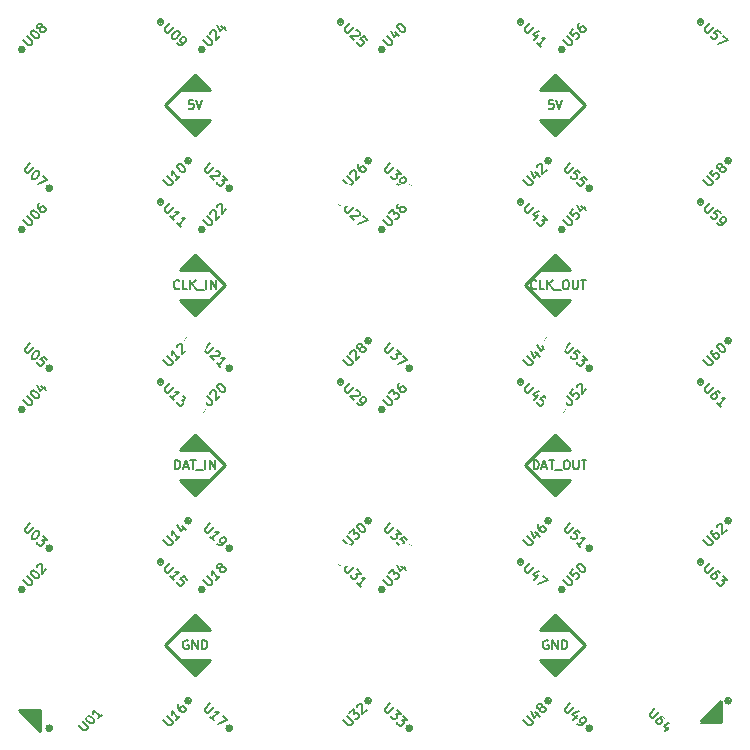
<source format=gto>
G04 #@! TF.FileFunction,Legend,Top*
%FSLAX46Y46*%
G04 Gerber Fmt 4.6, Leading zero omitted, Abs format (unit mm)*
G04 Created by KiCad (PCBNEW 4.0.2-4+6225~38~ubuntu15.04.1-stable) date Fri Mar 18 16:27:35 2016*
%MOMM*%
G01*
G04 APERTURE LIST*
%ADD10C,0.254000*%
%ADD11C,0.152400*%
%ADD12C,0.150000*%
%ADD13C,1.708000*%
%ADD14C,6.108000*%
%ADD15C,1.905000*%
G04 APERTURE END LIST*
D10*
X59804784Y1113505D02*
X58026783Y1113507D01*
X59804784Y1113505D02*
X59804784Y2891506D01*
X59804784Y2891506D02*
X58026783Y1113507D01*
X59804784Y1367507D02*
X58280784Y1367507D01*
X59804784Y1621506D02*
X58534784Y1621506D01*
X59804784Y1875506D02*
X58788784Y1875506D01*
X59804784Y2129506D02*
X59042783Y2129507D01*
X59804784Y2383507D02*
X59296783Y2383507D01*
X59804784Y2637506D02*
X59550784Y2637506D01*
X635000Y2159000D02*
X635000Y1905000D01*
X889000Y2159000D02*
X889000Y1651000D01*
X1143000Y2159000D02*
X1143000Y1397000D01*
X1397000Y2159000D02*
X1397000Y1143000D01*
X1651000Y2159000D02*
X1651000Y889000D01*
X1905000Y2159000D02*
X1905000Y635000D01*
X381000Y2159000D02*
X2159000Y381000D01*
X2159000Y2159000D02*
X381000Y2159000D01*
X2159000Y2159000D02*
X2159000Y381000D01*
X45974000Y40386000D02*
X45466000Y40386000D01*
X45212000Y40132000D02*
X46228000Y40132000D01*
X46482000Y39878000D02*
X44958000Y39878000D01*
X44704000Y39624000D02*
X46736000Y39624000D01*
X46990000Y39370000D02*
X44450000Y39370000D01*
X45720000Y40640000D02*
X46990000Y39370000D01*
X44450000Y39370000D02*
X45720000Y40640000D01*
X45466000Y35814000D02*
X45974000Y35814000D01*
X46228000Y36068000D02*
X45212000Y36068000D01*
X44958000Y36322000D02*
X46482000Y36322000D01*
X46736000Y36576000D02*
X44704000Y36576000D01*
X44450000Y36830000D02*
X46990000Y36830000D01*
X45720000Y35560000D02*
X44450000Y36830000D01*
X46990000Y36830000D02*
X45720000Y35560000D01*
X16510000Y36830000D02*
X15240000Y35560000D01*
X15240000Y35560000D02*
X13970000Y36830000D01*
X13970000Y36830000D02*
X16510000Y36830000D01*
X16256000Y36576000D02*
X14224000Y36576000D01*
X14478000Y36322000D02*
X16002000Y36322000D01*
X15748000Y36068000D02*
X14732000Y36068000D01*
X14986000Y35814000D02*
X15494000Y35814000D01*
X13970000Y39370000D02*
X15240000Y40640000D01*
X15240000Y40640000D02*
X16510000Y39370000D01*
X16510000Y39370000D02*
X13970000Y39370000D01*
X14224000Y39624000D02*
X16256000Y39624000D01*
X16002000Y39878000D02*
X14478000Y39878000D01*
X14732000Y40132000D02*
X15748000Y40132000D01*
X15494000Y40386000D02*
X14986000Y40386000D01*
X15494000Y25146000D02*
X14986000Y25146000D01*
X14732000Y24892000D02*
X15748000Y24892000D01*
X16002000Y24638000D02*
X14478000Y24638000D01*
X14224000Y24384000D02*
X16256000Y24384000D01*
X16510000Y24130000D02*
X13970000Y24130000D01*
X15240000Y25400000D02*
X16510000Y24130000D01*
X13970000Y24130000D02*
X15240000Y25400000D01*
X14986000Y20574000D02*
X15494000Y20574000D01*
X15748000Y20828000D02*
X14732000Y20828000D01*
X14478000Y21082000D02*
X16002000Y21082000D01*
X16256000Y21336000D02*
X14224000Y21336000D01*
X13970000Y21590000D02*
X16510000Y21590000D01*
X15240000Y20320000D02*
X13970000Y21590000D01*
X16510000Y21590000D02*
X15240000Y20320000D01*
X46990000Y21590000D02*
X45720000Y20320000D01*
X45720000Y20320000D02*
X44450000Y21590000D01*
X44450000Y21590000D02*
X46990000Y21590000D01*
X46736000Y21336000D02*
X44704000Y21336000D01*
X44958000Y21082000D02*
X46482000Y21082000D01*
X46228000Y20828000D02*
X45212000Y20828000D01*
X45466000Y20574000D02*
X45974000Y20574000D01*
X44450000Y24130000D02*
X45720000Y25400000D01*
X45720000Y25400000D02*
X46990000Y24130000D01*
X46990000Y24130000D02*
X44450000Y24130000D01*
X44704000Y24384000D02*
X46736000Y24384000D01*
X46482000Y24638000D02*
X44958000Y24638000D01*
X45212000Y24892000D02*
X46228000Y24892000D01*
X45974000Y25146000D02*
X45466000Y25146000D01*
X45466000Y5334000D02*
X45974000Y5334000D01*
X46228000Y5588000D02*
X45212000Y5588000D01*
X44958000Y5842000D02*
X46482000Y5842000D01*
X46736000Y6096000D02*
X44704000Y6096000D01*
X44450000Y6350000D02*
X46990000Y6350000D01*
X45720000Y5080000D02*
X44450000Y6350000D01*
X46990000Y6350000D02*
X45720000Y5080000D01*
X45466000Y9906000D02*
X45974000Y9906000D01*
X46228000Y9652000D02*
X45212000Y9652000D01*
X44958000Y9398000D02*
X46482000Y9398000D01*
X46736000Y9144000D02*
X44704000Y9144000D01*
X44450000Y8890000D02*
X46990000Y8890000D01*
X45720000Y10160000D02*
X44450000Y8890000D01*
X46990000Y8890000D02*
X45720000Y10160000D01*
X15494000Y5334000D02*
X14986000Y5334000D01*
X14732000Y5588000D02*
X15748000Y5588000D01*
X16002000Y5842000D02*
X14478000Y5842000D01*
X14224000Y6096000D02*
X16256000Y6096000D01*
X16510000Y6350000D02*
X13970000Y6350000D01*
X15240000Y5080000D02*
X16510000Y6350000D01*
X13970000Y6350000D02*
X15240000Y5080000D01*
X15494000Y9906000D02*
X14986000Y9906000D01*
X14732000Y9652000D02*
X15748000Y9652000D01*
X16002000Y9398000D02*
X14478000Y9398000D01*
X14224000Y9144000D02*
X16256000Y9144000D01*
X16510000Y8890000D02*
X13970000Y8890000D01*
X15240000Y10160000D02*
X16510000Y8890000D01*
X13970000Y8890000D02*
X15240000Y10160000D01*
X45466000Y51054000D02*
X45974000Y51054000D01*
X46228000Y51308000D02*
X45212000Y51308000D01*
X44958000Y51562000D02*
X46482000Y51562000D01*
X46736000Y51816000D02*
X44704000Y51816000D01*
X44450000Y52070000D02*
X46990000Y52070000D01*
X45720000Y50800000D02*
X44450000Y52070000D01*
X46990000Y52070000D02*
X45720000Y50800000D01*
X45466000Y55626000D02*
X45974000Y55626000D01*
X46228000Y55372000D02*
X45212000Y55372000D01*
X44958000Y55118000D02*
X46482000Y55118000D01*
X46736000Y54864000D02*
X44704000Y54864000D01*
X44450000Y54610000D02*
X46990000Y54610000D01*
X45720000Y55880000D02*
X44450000Y54610000D01*
X46990000Y54610000D02*
X45720000Y55880000D01*
X14224000Y54864000D02*
X16256000Y54864000D01*
X14478000Y55118000D02*
X16002000Y55118000D01*
X14732000Y55372000D02*
X15748000Y55372000D01*
X14986000Y55626000D02*
X15494000Y55626000D01*
X14986000Y51054000D02*
X15494000Y51054000D01*
X14732000Y51308000D02*
X15748000Y51308000D01*
X14478000Y51562000D02*
X16002000Y51562000D01*
X14224000Y51816000D02*
X16256000Y51816000D01*
X15240000Y50800000D02*
X13970000Y52070000D01*
X16510000Y52070000D02*
X15240000Y50800000D01*
X13970000Y52070000D02*
X16510000Y52070000D01*
X16510000Y54610000D02*
X13970000Y54610000D01*
X15240000Y55880000D02*
X16510000Y54610000D01*
X13970000Y54610000D02*
X15240000Y55880000D01*
X48260000Y53340000D02*
X46990000Y52070000D01*
X46990000Y54610000D02*
X48260000Y53340000D01*
X12700000Y53340000D02*
X13970000Y52070000D01*
X13970000Y54610000D02*
X12700000Y53340000D01*
X48260000Y7620000D02*
X46990000Y6350000D01*
X46990000Y8890000D02*
X48260000Y7620000D01*
X12700000Y7620000D02*
X13970000Y6350000D01*
X13970000Y8890000D02*
X12700000Y7620000D01*
X43180000Y22860000D02*
X44450000Y21590000D01*
X44450000Y24130000D02*
X43180000Y22860000D01*
X17780000Y22860000D02*
X16510000Y21590000D01*
X16510000Y24130000D02*
X17780000Y22860000D01*
X43180000Y38100000D02*
X44450000Y36830000D01*
X43180000Y38100000D02*
X44450000Y39370000D01*
X17780000Y38100000D02*
X16510000Y36830000D01*
X17780000Y38100000D02*
X16510000Y39370000D01*
D11*
X43905715Y22515286D02*
X43905715Y23277286D01*
X44087143Y23277286D01*
X44196000Y23241000D01*
X44268572Y23168429D01*
X44304857Y23095857D01*
X44341143Y22950714D01*
X44341143Y22841857D01*
X44304857Y22696714D01*
X44268572Y22624143D01*
X44196000Y22551571D01*
X44087143Y22515286D01*
X43905715Y22515286D01*
X44631429Y22733000D02*
X44994286Y22733000D01*
X44558857Y22515286D02*
X44812857Y23277286D01*
X45066857Y22515286D01*
X45212000Y23277286D02*
X45647429Y23277286D01*
X45429715Y22515286D02*
X45429715Y23277286D01*
X45720000Y22442714D02*
X46300571Y22442714D01*
X46627142Y23277286D02*
X46772285Y23277286D01*
X46844857Y23241000D01*
X46917428Y23168429D01*
X46953714Y23023286D01*
X46953714Y22769286D01*
X46917428Y22624143D01*
X46844857Y22551571D01*
X46772285Y22515286D01*
X46627142Y22515286D01*
X46554571Y22551571D01*
X46482000Y22624143D01*
X46445714Y22769286D01*
X46445714Y23023286D01*
X46482000Y23168429D01*
X46554571Y23241000D01*
X46627142Y23277286D01*
X47280286Y23277286D02*
X47280286Y22660429D01*
X47316571Y22587857D01*
X47352857Y22551571D01*
X47425428Y22515286D01*
X47570571Y22515286D01*
X47643143Y22551571D01*
X47679428Y22587857D01*
X47715714Y22660429D01*
X47715714Y23277286D01*
X47969714Y23277286D02*
X48405143Y23277286D01*
X48187429Y22515286D02*
X48187429Y23277286D01*
X13552715Y22515286D02*
X13552715Y23277286D01*
X13734143Y23277286D01*
X13843000Y23241000D01*
X13915572Y23168429D01*
X13951857Y23095857D01*
X13988143Y22950714D01*
X13988143Y22841857D01*
X13951857Y22696714D01*
X13915572Y22624143D01*
X13843000Y22551571D01*
X13734143Y22515286D01*
X13552715Y22515286D01*
X14278429Y22733000D02*
X14641286Y22733000D01*
X14205857Y22515286D02*
X14459857Y23277286D01*
X14713857Y22515286D01*
X14859000Y23277286D02*
X15294429Y23277286D01*
X15076715Y22515286D02*
X15076715Y23277286D01*
X15367000Y22442714D02*
X15947571Y22442714D01*
X16129000Y22515286D02*
X16129000Y23277286D01*
X16491857Y22515286D02*
X16491857Y23277286D01*
X16927285Y22515286D01*
X16927285Y23277286D01*
X44141572Y37827857D02*
X44105286Y37791571D01*
X43996429Y37755286D01*
X43923858Y37755286D01*
X43815001Y37791571D01*
X43742429Y37864143D01*
X43706144Y37936714D01*
X43669858Y38081857D01*
X43669858Y38190714D01*
X43706144Y38335857D01*
X43742429Y38408429D01*
X43815001Y38481000D01*
X43923858Y38517286D01*
X43996429Y38517286D01*
X44105286Y38481000D01*
X44141572Y38444714D01*
X44831001Y37755286D02*
X44468144Y37755286D01*
X44468144Y38517286D01*
X45085001Y37755286D02*
X45085001Y38517286D01*
X45520429Y37755286D02*
X45193858Y38190714D01*
X45520429Y38517286D02*
X45085001Y38081857D01*
X45665572Y37682714D02*
X46246143Y37682714D01*
X46572714Y38517286D02*
X46717857Y38517286D01*
X46790429Y38481000D01*
X46863000Y38408429D01*
X46899286Y38263286D01*
X46899286Y38009286D01*
X46863000Y37864143D01*
X46790429Y37791571D01*
X46717857Y37755286D01*
X46572714Y37755286D01*
X46500143Y37791571D01*
X46427572Y37864143D01*
X46391286Y38009286D01*
X46391286Y38263286D01*
X46427572Y38408429D01*
X46500143Y38481000D01*
X46572714Y38517286D01*
X47225858Y38517286D02*
X47225858Y37900429D01*
X47262143Y37827857D01*
X47298429Y37791571D01*
X47371000Y37755286D01*
X47516143Y37755286D01*
X47588715Y37791571D01*
X47625000Y37827857D01*
X47661286Y37900429D01*
X47661286Y38517286D01*
X47915286Y38517286D02*
X48350715Y38517286D01*
X48133001Y37755286D02*
X48133001Y38517286D01*
X13915572Y37827857D02*
X13879286Y37791571D01*
X13770429Y37755286D01*
X13697858Y37755286D01*
X13589001Y37791571D01*
X13516429Y37864143D01*
X13480144Y37936714D01*
X13443858Y38081857D01*
X13443858Y38190714D01*
X13480144Y38335857D01*
X13516429Y38408429D01*
X13589001Y38481000D01*
X13697858Y38517286D01*
X13770429Y38517286D01*
X13879286Y38481000D01*
X13915572Y38444714D01*
X14605001Y37755286D02*
X14242144Y37755286D01*
X14242144Y38517286D01*
X14859001Y37755286D02*
X14859001Y38517286D01*
X15294429Y37755286D02*
X14967858Y38190714D01*
X15294429Y38517286D02*
X14859001Y38081857D01*
X15439572Y37682714D02*
X16020143Y37682714D01*
X16201572Y37755286D02*
X16201572Y38517286D01*
X16564429Y37755286D02*
X16564429Y38517286D01*
X16999857Y37755286D01*
X16999857Y38517286D01*
X15094858Y53757286D02*
X14732001Y53757286D01*
X14695715Y53394429D01*
X14732001Y53430714D01*
X14804572Y53467000D01*
X14986001Y53467000D01*
X15058572Y53430714D01*
X15094858Y53394429D01*
X15131143Y53321857D01*
X15131143Y53140429D01*
X15094858Y53067857D01*
X15058572Y53031571D01*
X14986001Y52995286D01*
X14804572Y52995286D01*
X14732001Y53031571D01*
X14695715Y53067857D01*
X15348857Y53757286D02*
X15602857Y52995286D01*
X15856857Y53757286D01*
X45574858Y53757286D02*
X45212001Y53757286D01*
X45175715Y53394429D01*
X45212001Y53430714D01*
X45284572Y53467000D01*
X45466001Y53467000D01*
X45538572Y53430714D01*
X45574858Y53394429D01*
X45611143Y53321857D01*
X45611143Y53140429D01*
X45574858Y53067857D01*
X45538572Y53031571D01*
X45466001Y52995286D01*
X45284572Y52995286D01*
X45212001Y53031571D01*
X45175715Y53067857D01*
X45828857Y53757286D02*
X46082857Y52995286D01*
X46336857Y53757286D01*
X45139428Y8001000D02*
X45066857Y8037286D01*
X44958000Y8037286D01*
X44849143Y8001000D01*
X44776571Y7928429D01*
X44740286Y7855857D01*
X44704000Y7710714D01*
X44704000Y7601857D01*
X44740286Y7456714D01*
X44776571Y7384143D01*
X44849143Y7311571D01*
X44958000Y7275286D01*
X45030571Y7275286D01*
X45139428Y7311571D01*
X45175714Y7347857D01*
X45175714Y7601857D01*
X45030571Y7601857D01*
X45502286Y7275286D02*
X45502286Y8037286D01*
X45937714Y7275286D01*
X45937714Y8037286D01*
X46300572Y7275286D02*
X46300572Y8037286D01*
X46482000Y8037286D01*
X46590857Y8001000D01*
X46663429Y7928429D01*
X46699714Y7855857D01*
X46736000Y7710714D01*
X46736000Y7601857D01*
X46699714Y7456714D01*
X46663429Y7384143D01*
X46590857Y7311571D01*
X46482000Y7275286D01*
X46300572Y7275286D01*
X14659428Y8001000D02*
X14586857Y8037286D01*
X14478000Y8037286D01*
X14369143Y8001000D01*
X14296571Y7928429D01*
X14260286Y7855857D01*
X14224000Y7710714D01*
X14224000Y7601857D01*
X14260286Y7456714D01*
X14296571Y7384143D01*
X14369143Y7311571D01*
X14478000Y7275286D01*
X14550571Y7275286D01*
X14659428Y7311571D01*
X14695714Y7347857D01*
X14695714Y7601857D01*
X14550571Y7601857D01*
X15022286Y7275286D02*
X15022286Y8037286D01*
X15457714Y7275286D01*
X15457714Y8037286D01*
X15820572Y7275286D02*
X15820572Y8037286D01*
X16002000Y8037286D01*
X16110857Y8001000D01*
X16183429Y7928429D01*
X16219714Y7855857D01*
X16256000Y7710714D01*
X16256000Y7601857D01*
X16219714Y7456714D01*
X16183429Y7384143D01*
X16110857Y7311571D01*
X16002000Y7275286D01*
X15820572Y7275286D01*
D12*
X58302027Y14662892D02*
G75*
G03X58302027Y14662892I-254001J0D01*
G01*
X58175026Y14662892D02*
G75*
G03X58175026Y14662892I-127000J0D01*
G01*
X43062027Y45142892D02*
G75*
G03X43062027Y45142892I-254001J0D01*
G01*
X42935026Y45142892D02*
G75*
G03X42935026Y45142892I-127000J0D01*
G01*
X60636893Y2911974D02*
G75*
G03X60636893Y2911974I-254001J0D01*
G01*
X60509892Y2911974D02*
G75*
G03X60509892Y2911974I-127000J0D01*
G01*
X48885975Y577108D02*
G75*
G03X48885975Y577108I-254001J0D01*
G01*
X48758974Y577108D02*
G75*
G03X48758974Y577108I-127000J0D01*
G01*
X45396893Y2911974D02*
G75*
G03X45396893Y2911974I-254001J0D01*
G01*
X45269892Y2911974D02*
G75*
G03X45269892Y2911974I-127000J0D01*
G01*
X33645975Y577108D02*
G75*
G03X33645975Y577108I-254001J0D01*
G01*
X33518974Y577108D02*
G75*
G03X33518974Y577108I-127000J0D01*
G01*
X30156893Y2911974D02*
G75*
G03X30156893Y2911974I-254001J0D01*
G01*
X30029892Y2911974D02*
G75*
G03X30029892Y2911974I-127000J0D01*
G01*
X18405975Y577108D02*
G75*
G03X18405975Y577108I-254001J0D01*
G01*
X18278974Y577108D02*
G75*
G03X18278974Y577108I-127000J0D01*
G01*
X14916893Y2911974D02*
G75*
G03X14916893Y2911974I-254001J0D01*
G01*
X14789892Y2911974D02*
G75*
G03X14789892Y2911974I-127000J0D01*
G01*
X3165975Y577108D02*
G75*
G03X3165975Y577108I-254001J0D01*
G01*
X3038974Y577108D02*
G75*
G03X3038974Y577108I-127000J0D01*
G01*
X831109Y27568026D02*
G75*
G03X831109Y27568026I-254001J0D01*
G01*
X704108Y27568026D02*
G75*
G03X704108Y27568026I-127000J0D01*
G01*
X831109Y12328026D02*
G75*
G03X831109Y12328026I-254001J0D01*
G01*
X704108Y12328026D02*
G75*
G03X704108Y12328026I-127000J0D01*
G01*
X3165975Y15817108D02*
G75*
G03X3165975Y15817108I-254001J0D01*
G01*
X3038974Y15817108D02*
G75*
G03X3038974Y15817108I-127000J0D01*
G01*
X3165975Y46297108D02*
G75*
G03X3165975Y46297108I-254001J0D01*
G01*
X3038974Y46297108D02*
G75*
G03X3038974Y46297108I-127000J0D01*
G01*
X831109Y58048026D02*
G75*
G03X831109Y58048026I-254001J0D01*
G01*
X704108Y58048026D02*
G75*
G03X704108Y58048026I-127000J0D01*
G01*
X12582027Y60382892D02*
G75*
G03X12582027Y60382892I-254001J0D01*
G01*
X12455026Y60382892D02*
G75*
G03X12455026Y60382892I-127000J0D01*
G01*
X14916893Y48631974D02*
G75*
G03X14916893Y48631974I-254001J0D01*
G01*
X14789892Y48631974D02*
G75*
G03X14789892Y48631974I-127000J0D01*
G01*
X12582027Y29902892D02*
G75*
G03X12582027Y29902892I-254001J0D01*
G01*
X12455026Y29902892D02*
G75*
G03X12455026Y29902892I-127000J0D01*
G01*
X14916893Y18151974D02*
G75*
G03X14916893Y18151974I-254001J0D01*
G01*
X14789892Y18151974D02*
G75*
G03X14789892Y18151974I-127000J0D01*
G01*
X12582027Y14662892D02*
G75*
G03X12582027Y14662892I-254001J0D01*
G01*
X12455026Y14662892D02*
G75*
G03X12455026Y14662892I-127000J0D01*
G01*
X16071109Y12328026D02*
G75*
G03X16071109Y12328026I-254001J0D01*
G01*
X15944108Y12328026D02*
G75*
G03X15944108Y12328026I-127000J0D01*
G01*
X16071109Y27568026D02*
G75*
G03X16071109Y27568026I-254001J0D01*
G01*
X15944108Y27568026D02*
G75*
G03X15944108Y27568026I-127000J0D01*
G01*
X18405975Y31057108D02*
G75*
G03X18405975Y31057108I-254001J0D01*
G01*
X18278974Y31057108D02*
G75*
G03X18278974Y31057108I-127000J0D01*
G01*
X16071109Y42808026D02*
G75*
G03X16071109Y42808026I-254001J0D01*
G01*
X15944108Y42808026D02*
G75*
G03X15944108Y42808026I-127000J0D01*
G01*
X16071109Y58048026D02*
G75*
G03X16071109Y58048026I-254001J0D01*
G01*
X15944108Y58048026D02*
G75*
G03X15944108Y58048026I-127000J0D01*
G01*
X27822027Y60382892D02*
G75*
G03X27822027Y60382892I-254001J0D01*
G01*
X27695026Y60382892D02*
G75*
G03X27695026Y60382892I-127000J0D01*
G01*
X30156893Y48631974D02*
G75*
G03X30156893Y48631974I-254001J0D01*
G01*
X30029892Y48631974D02*
G75*
G03X30029892Y48631974I-127000J0D01*
G01*
X27822027Y45142892D02*
G75*
G03X27822027Y45142892I-254001J0D01*
G01*
X27695026Y45142892D02*
G75*
G03X27695026Y45142892I-127000J0D01*
G01*
X30156893Y33391974D02*
G75*
G03X30156893Y33391974I-254001J0D01*
G01*
X30029892Y33391974D02*
G75*
G03X30029892Y33391974I-127000J0D01*
G01*
X27822027Y29902892D02*
G75*
G03X27822027Y29902892I-254001J0D01*
G01*
X27695026Y29902892D02*
G75*
G03X27695026Y29902892I-127000J0D01*
G01*
X30156893Y18151974D02*
G75*
G03X30156893Y18151974I-254001J0D01*
G01*
X30029892Y18151974D02*
G75*
G03X30029892Y18151974I-127000J0D01*
G01*
X27822027Y14662892D02*
G75*
G03X27822027Y14662892I-254001J0D01*
G01*
X27695026Y14662892D02*
G75*
G03X27695026Y14662892I-127000J0D01*
G01*
X31311109Y12328026D02*
G75*
G03X31311109Y12328026I-254001J0D01*
G01*
X31184108Y12328026D02*
G75*
G03X31184108Y12328026I-127000J0D01*
G01*
X33645975Y15817108D02*
G75*
G03X33645975Y15817108I-254001J0D01*
G01*
X33518974Y15817108D02*
G75*
G03X33518974Y15817108I-127000J0D01*
G01*
X31311109Y27568026D02*
G75*
G03X31311109Y27568026I-254001J0D01*
G01*
X31184108Y27568026D02*
G75*
G03X31184108Y27568026I-127000J0D01*
G01*
X33645975Y31057108D02*
G75*
G03X33645975Y31057108I-254001J0D01*
G01*
X33518974Y31057108D02*
G75*
G03X33518974Y31057108I-127000J0D01*
G01*
X33645975Y46297108D02*
G75*
G03X33645975Y46297108I-254001J0D01*
G01*
X33518974Y46297108D02*
G75*
G03X33518974Y46297108I-127000J0D01*
G01*
X31311109Y58048026D02*
G75*
G03X31311109Y58048026I-254001J0D01*
G01*
X31184108Y58048026D02*
G75*
G03X31184108Y58048026I-127000J0D01*
G01*
X43062027Y60382892D02*
G75*
G03X43062027Y60382892I-254001J0D01*
G01*
X42935026Y60382892D02*
G75*
G03X42935026Y60382892I-127000J0D01*
G01*
X45396893Y48631974D02*
G75*
G03X45396893Y48631974I-254001J0D01*
G01*
X45269892Y48631974D02*
G75*
G03X45269892Y48631974I-127000J0D01*
G01*
X45396893Y33391974D02*
G75*
G03X45396893Y33391974I-254001J0D01*
G01*
X45269892Y33391974D02*
G75*
G03X45269892Y33391974I-127000J0D01*
G01*
X43062027Y29902892D02*
G75*
G03X43062027Y29902892I-254001J0D01*
G01*
X42935026Y29902892D02*
G75*
G03X42935026Y29902892I-127000J0D01*
G01*
X45396893Y18151974D02*
G75*
G03X45396893Y18151974I-254001J0D01*
G01*
X45269892Y18151974D02*
G75*
G03X45269892Y18151974I-127000J0D01*
G01*
X43062027Y14662892D02*
G75*
G03X43062027Y14662892I-254001J0D01*
G01*
X42935026Y14662892D02*
G75*
G03X42935026Y14662892I-127000J0D01*
G01*
X46551109Y12328026D02*
G75*
G03X46551109Y12328026I-254001J0D01*
G01*
X46424108Y12328026D02*
G75*
G03X46424108Y12328026I-127000J0D01*
G01*
X48885975Y15817108D02*
G75*
G03X48885975Y15817108I-254001J0D01*
G01*
X48758974Y15817108D02*
G75*
G03X48758974Y15817108I-127000J0D01*
G01*
X46551109Y27568026D02*
G75*
G03X46551109Y27568026I-254001J0D01*
G01*
X46424108Y27568026D02*
G75*
G03X46424108Y27568026I-127000J0D01*
G01*
X48885975Y46297108D02*
G75*
G03X48885975Y46297108I-254001J0D01*
G01*
X48758974Y46297108D02*
G75*
G03X48758974Y46297108I-127000J0D01*
G01*
X46551109Y58048026D02*
G75*
G03X46551109Y58048026I-254001J0D01*
G01*
X46424108Y58048026D02*
G75*
G03X46424108Y58048026I-127000J0D01*
G01*
X58302027Y60382892D02*
G75*
G03X58302027Y60382892I-254001J0D01*
G01*
X58175026Y60382892D02*
G75*
G03X58175026Y60382892I-127000J0D01*
G01*
X60636893Y48631974D02*
G75*
G03X60636893Y48631974I-254001J0D01*
G01*
X60509892Y48631974D02*
G75*
G03X60509892Y48631974I-127000J0D01*
G01*
X58302027Y29902892D02*
G75*
G03X58302027Y29902892I-254001J0D01*
G01*
X58175026Y29902892D02*
G75*
G03X58175026Y29902892I-127000J0D01*
G01*
X60636893Y18151974D02*
G75*
G03X60636893Y18151974I-254001J0D01*
G01*
X60509892Y18151974D02*
G75*
G03X60509892Y18151974I-127000J0D01*
G01*
X3165975Y31057108D02*
G75*
G03X3165975Y31057108I-254001J0D01*
G01*
X3038974Y31057108D02*
G75*
G03X3038974Y31057108I-127000J0D01*
G01*
X831109Y42808026D02*
G75*
G03X831109Y42808026I-254001J0D01*
G01*
X704108Y42808026D02*
G75*
G03X704108Y42808026I-127000J0D01*
G01*
X12582027Y45142892D02*
G75*
G03X12582027Y45142892I-254001J0D01*
G01*
X12455026Y45142892D02*
G75*
G03X12455026Y45142892I-127000J0D01*
G01*
X14916893Y33391974D02*
G75*
G03X14916893Y33391974I-254001J0D01*
G01*
X14789892Y33391974D02*
G75*
G03X14789892Y33391974I-127000J0D01*
G01*
X18405975Y15817108D02*
G75*
G03X18405975Y15817108I-254001J0D01*
G01*
X18278974Y15817108D02*
G75*
G03X18278974Y15817108I-127000J0D01*
G01*
X31311109Y42808026D02*
G75*
G03X31311109Y42808026I-254001J0D01*
G01*
X31184108Y42808026D02*
G75*
G03X31184108Y42808026I-127000J0D01*
G01*
X48885975Y31057108D02*
G75*
G03X48885975Y31057108I-254001J0D01*
G01*
X48758974Y31057108D02*
G75*
G03X48758974Y31057108I-127000J0D01*
G01*
X46551109Y42808026D02*
G75*
G03X46551109Y42808026I-254001J0D01*
G01*
X46424108Y42808026D02*
G75*
G03X46424108Y42808026I-127000J0D01*
G01*
X58302027Y45142892D02*
G75*
G03X58302027Y45142892I-254001J0D01*
G01*
X58175026Y45142892D02*
G75*
G03X58175026Y45142892I-127000J0D01*
G01*
X60636893Y33391974D02*
G75*
G03X60636893Y33391974I-254001J0D01*
G01*
X60509892Y33391974D02*
G75*
G03X60509892Y33391974I-127000J0D01*
G01*
X18405975Y46297108D02*
G75*
G03X18405975Y46297108I-254001J0D01*
G01*
X18278974Y46297108D02*
G75*
G03X18278974Y46297108I-127000J0D01*
G01*
X58880728Y14561472D02*
X58422792Y14103536D01*
X58395855Y14022725D01*
X58395855Y13968849D01*
X58422792Y13888037D01*
X58530542Y13780288D01*
X58611354Y13753350D01*
X58665229Y13753350D01*
X58746041Y13780288D01*
X59203977Y14238223D01*
X59715787Y13726413D02*
X59608037Y13834163D01*
X59527225Y13861100D01*
X59473351Y13861100D01*
X59338663Y13834163D01*
X59203977Y13753350D01*
X58988477Y13537851D01*
X58961540Y13457039D01*
X58961539Y13403164D01*
X58988477Y13322352D01*
X59096227Y13214602D01*
X59177039Y13187665D01*
X59230915Y13187665D01*
X59311726Y13214602D01*
X59446413Y13349289D01*
X59473351Y13430101D01*
X59473350Y13483977D01*
X59446413Y13564788D01*
X59338663Y13672538D01*
X59257851Y13699476D01*
X59203977Y13699476D01*
X59123164Y13672538D01*
X59958224Y13483976D02*
X60308410Y13133790D01*
X59904349Y13106852D01*
X59985161Y13026040D01*
X60012098Y12945228D01*
X60012099Y12891353D01*
X59985161Y12810541D01*
X59850474Y12675854D01*
X59769663Y12648917D01*
X59715787Y12648917D01*
X59634975Y12675854D01*
X59473350Y12837479D01*
X59446413Y12918290D01*
X59446414Y12972166D01*
X43640728Y45041472D02*
X43182792Y44583536D01*
X43155855Y44502725D01*
X43155855Y44448849D01*
X43182792Y44368037D01*
X43290542Y44260288D01*
X43371354Y44233350D01*
X43425229Y44233350D01*
X43506041Y44260288D01*
X43963977Y44718223D01*
X44287225Y44017852D02*
X43910101Y43640728D01*
X44368037Y44368037D02*
X43829290Y44098663D01*
X44179476Y43748477D01*
X44718224Y43963976D02*
X45068410Y43613790D01*
X44664349Y43586852D01*
X44745161Y43506040D01*
X44772098Y43425228D01*
X44772099Y43371353D01*
X44745161Y43290541D01*
X44610474Y43155854D01*
X44529663Y43128917D01*
X44475787Y43128917D01*
X44394975Y43155854D01*
X44233350Y43317479D01*
X44206413Y43398290D01*
X44206414Y43452166D01*
X54219408Y2280152D02*
X53761472Y1822216D01*
X53734535Y1741405D01*
X53734535Y1687529D01*
X53761472Y1606717D01*
X53869222Y1498968D01*
X53950034Y1472030D01*
X54003909Y1472030D01*
X54084721Y1498968D01*
X54542657Y1956903D01*
X55054467Y1445093D02*
X54946717Y1552843D01*
X54865905Y1579780D01*
X54812031Y1579780D01*
X54677343Y1552843D01*
X54542657Y1472030D01*
X54327157Y1256531D01*
X54300220Y1175719D01*
X54300219Y1121844D01*
X54327157Y1041032D01*
X54434907Y933282D01*
X54515719Y906345D01*
X54569595Y906345D01*
X54650406Y933282D01*
X54785093Y1067969D01*
X54812031Y1148781D01*
X54812030Y1202657D01*
X54785093Y1283468D01*
X54677343Y1391218D01*
X54596531Y1418156D01*
X54542657Y1418156D01*
X54461844Y1391218D01*
X55404654Y717784D02*
X55027530Y340659D01*
X55485465Y1067969D02*
X54946718Y798595D01*
X55296904Y448409D01*
X47018088Y2698832D02*
X46560152Y2240896D01*
X46533215Y2160085D01*
X46533215Y2106209D01*
X46560152Y2025397D01*
X46667902Y1917648D01*
X46748714Y1890710D01*
X46802589Y1890710D01*
X46883401Y1917648D01*
X47341337Y2375583D01*
X47664585Y1675212D02*
X47287461Y1298088D01*
X47745397Y2025397D02*
X47206650Y1756023D01*
X47556836Y1405837D01*
X47610710Y974839D02*
X47718460Y867089D01*
X47799272Y840151D01*
X47853148Y840152D01*
X47987834Y867088D01*
X48122521Y947901D01*
X48338021Y1163400D01*
X48364958Y1244212D01*
X48364958Y1298088D01*
X48338021Y1378899D01*
X48230271Y1486649D01*
X48149458Y1513587D01*
X48095584Y1513587D01*
X48014772Y1486649D01*
X47880085Y1351962D01*
X47853148Y1271150D01*
X47853147Y1217275D01*
X47880085Y1136463D01*
X47987834Y1028713D01*
X48068646Y1001776D01*
X48122522Y1001776D01*
X48203334Y1028713D01*
X43021168Y1298088D02*
X43479104Y840152D01*
X43559915Y813215D01*
X43613791Y813215D01*
X43694603Y840152D01*
X43802352Y947902D01*
X43829290Y1028714D01*
X43829290Y1082589D01*
X43802352Y1163401D01*
X43344417Y1621337D01*
X44044788Y1944585D02*
X44421912Y1567461D01*
X43694603Y2025397D02*
X43963977Y1486650D01*
X44314163Y1836836D01*
X44475788Y2267834D02*
X44394975Y2240896D01*
X44341100Y2240897D01*
X44260288Y2267834D01*
X44233351Y2294772D01*
X44206413Y2375584D01*
X44206413Y2429458D01*
X44233351Y2510271D01*
X44341101Y2618021D01*
X44421912Y2644958D01*
X44475788Y2644958D01*
X44556600Y2618021D01*
X44583537Y2591083D01*
X44610474Y2510272D01*
X44610474Y2456396D01*
X44583537Y2375584D01*
X44475788Y2267834D01*
X44448850Y2187022D01*
X44448850Y2133148D01*
X44475788Y2052335D01*
X44583537Y1944585D01*
X44664349Y1917648D01*
X44718224Y1917648D01*
X44799036Y1944585D01*
X44906786Y2052335D01*
X44933723Y2133147D01*
X44933723Y2187023D01*
X44906786Y2267834D01*
X44799036Y2375584D01*
X44718224Y2402522D01*
X44664349Y2402521D01*
X44583537Y2375584D01*
X31778088Y2698832D02*
X31320152Y2240896D01*
X31293215Y2160085D01*
X31293215Y2106209D01*
X31320152Y2025397D01*
X31427902Y1917648D01*
X31508714Y1890710D01*
X31562589Y1890710D01*
X31643401Y1917648D01*
X32101337Y2375583D01*
X32316836Y2160084D02*
X32667022Y1809898D01*
X32262961Y1782961D01*
X32343773Y1702148D01*
X32370710Y1621337D01*
X32370711Y1567461D01*
X32343773Y1486649D01*
X32209086Y1351962D01*
X32128275Y1325025D01*
X32074399Y1325025D01*
X31993587Y1351962D01*
X31831962Y1513587D01*
X31805025Y1594399D01*
X31805026Y1648274D01*
X32855584Y1621336D02*
X33205770Y1271150D01*
X32801709Y1244212D01*
X32882521Y1163400D01*
X32909458Y1082588D01*
X32909459Y1028713D01*
X32882521Y947901D01*
X32747834Y813214D01*
X32667023Y786277D01*
X32613147Y786277D01*
X32532335Y813214D01*
X32370710Y974839D01*
X32343773Y1055650D01*
X32343774Y1109526D01*
X27781168Y1298088D02*
X28239104Y840152D01*
X28319915Y813215D01*
X28373791Y813215D01*
X28454603Y840152D01*
X28562352Y947902D01*
X28589290Y1028714D01*
X28589290Y1082589D01*
X28562352Y1163401D01*
X28104417Y1621337D01*
X28319916Y1836836D02*
X28670102Y2187022D01*
X28697039Y1782961D01*
X28777852Y1863773D01*
X28858663Y1890710D01*
X28912539Y1890711D01*
X28993351Y1863773D01*
X29128038Y1729086D01*
X29154975Y1648275D01*
X29154975Y1594399D01*
X29128038Y1513587D01*
X28966413Y1351962D01*
X28885601Y1325025D01*
X28831726Y1325026D01*
X28939476Y2348647D02*
X28939476Y2402521D01*
X28966414Y2483334D01*
X29101101Y2618021D01*
X29181912Y2644958D01*
X29235788Y2644958D01*
X29316600Y2618021D01*
X29370474Y2564146D01*
X29424350Y2456396D01*
X29424350Y1809899D01*
X29774536Y2160085D01*
X16538088Y2698832D02*
X16080152Y2240896D01*
X16053215Y2160085D01*
X16053215Y2106209D01*
X16080152Y2025397D01*
X16187902Y1917648D01*
X16268714Y1890710D01*
X16322589Y1890710D01*
X16403401Y1917648D01*
X16861337Y2375583D01*
X16861337Y1244212D02*
X16538088Y1567461D01*
X16699712Y1405837D02*
X17265397Y1971523D01*
X17130711Y1944585D01*
X17022961Y1944585D01*
X16942149Y1971523D01*
X17615584Y1621336D02*
X17992707Y1244212D01*
X17184585Y920964D01*
X12541168Y1298088D02*
X12999104Y840152D01*
X13079915Y813215D01*
X13133791Y813215D01*
X13214603Y840152D01*
X13322352Y947902D01*
X13349290Y1028714D01*
X13349290Y1082589D01*
X13322352Y1163401D01*
X12864417Y1621337D01*
X13995788Y1621337D02*
X13672539Y1298088D01*
X13834163Y1459712D02*
X13268477Y2025397D01*
X13295415Y1890711D01*
X13295415Y1782961D01*
X13268477Y1702149D01*
X13914975Y2671895D02*
X13807225Y2564145D01*
X13780288Y2483334D01*
X13780288Y2429459D01*
X13807225Y2294772D01*
X13888038Y2160085D01*
X14103537Y1944585D01*
X14184349Y1917648D01*
X14238224Y1917648D01*
X14319036Y1944585D01*
X14426786Y2052335D01*
X14453723Y2133147D01*
X14453723Y2187023D01*
X14426786Y2267834D01*
X14292099Y2402521D01*
X14211287Y2429459D01*
X14157412Y2429458D01*
X14076600Y2402521D01*
X13968850Y2294772D01*
X13941912Y2213959D01*
X13941912Y2160085D01*
X13968850Y2079272D01*
X5339848Y879408D02*
X5797784Y421472D01*
X5878595Y394535D01*
X5932471Y394535D01*
X6013283Y421472D01*
X6121032Y529222D01*
X6147970Y610034D01*
X6147970Y663909D01*
X6121032Y744721D01*
X5663097Y1202657D01*
X6040220Y1579780D02*
X6094095Y1633655D01*
X6174907Y1660592D01*
X6228781Y1660592D01*
X6309595Y1633655D01*
X6444281Y1552843D01*
X6578968Y1418156D01*
X6659781Y1283469D01*
X6686717Y1202657D01*
X6686718Y1148781D01*
X6659781Y1067970D01*
X6605905Y1014095D01*
X6525094Y987157D01*
X6471218Y987157D01*
X6390406Y1014095D01*
X6255719Y1094907D01*
X6121032Y1229594D01*
X6040220Y1364281D01*
X6013282Y1445093D01*
X6013283Y1498968D01*
X6040220Y1579780D01*
X7333216Y1741405D02*
X7009967Y1418156D01*
X7171591Y1579780D02*
X6605905Y2145465D01*
X6632843Y2010779D01*
X6632843Y1903029D01*
X6605905Y1822217D01*
X678528Y28400728D02*
X1136464Y27942792D01*
X1217275Y27915855D01*
X1271151Y27915855D01*
X1351963Y27942792D01*
X1459712Y28050542D01*
X1486650Y28131354D01*
X1486650Y28185229D01*
X1459712Y28266041D01*
X1001777Y28723977D01*
X1378900Y29101100D02*
X1432775Y29154975D01*
X1513587Y29181912D01*
X1567461Y29181912D01*
X1648275Y29154975D01*
X1782961Y29074163D01*
X1917648Y28939476D01*
X1998461Y28804789D01*
X2025397Y28723977D01*
X2025398Y28670101D01*
X1998461Y28589290D01*
X1944585Y28535415D01*
X1863774Y28508477D01*
X1809898Y28508477D01*
X1729086Y28535415D01*
X1594399Y28616227D01*
X1459712Y28750914D01*
X1378900Y28885601D01*
X1351962Y28966413D01*
X1351963Y29020288D01*
X1378900Y29101100D01*
X2240896Y29585974D02*
X2618021Y29208850D01*
X1890711Y29666785D02*
X2160085Y29128038D01*
X2510271Y29478224D01*
X678528Y13160728D02*
X1136464Y12702792D01*
X1217275Y12675855D01*
X1271151Y12675855D01*
X1351963Y12702792D01*
X1459712Y12810542D01*
X1486650Y12891354D01*
X1486650Y12945229D01*
X1459712Y13026041D01*
X1001777Y13483977D01*
X1378900Y13861100D02*
X1432775Y13914975D01*
X1513587Y13941912D01*
X1567461Y13941912D01*
X1648275Y13914975D01*
X1782961Y13834163D01*
X1917648Y13699476D01*
X1998461Y13564789D01*
X2025397Y13483977D01*
X2025398Y13430101D01*
X1998461Y13349290D01*
X1944585Y13295415D01*
X1863774Y13268477D01*
X1809898Y13268477D01*
X1729086Y13295415D01*
X1594399Y13376227D01*
X1459712Y13510914D01*
X1378900Y13645601D01*
X1351962Y13726413D01*
X1351963Y13780288D01*
X1378900Y13861100D01*
X1836836Y14211287D02*
X1836836Y14265161D01*
X1863774Y14345974D01*
X1998461Y14480661D01*
X2079272Y14507598D01*
X2133148Y14507598D01*
X2213960Y14480661D01*
X2267834Y14426786D01*
X2321710Y14319036D01*
X2321710Y13672539D01*
X2671896Y14022725D01*
X1298088Y17938832D02*
X840152Y17480896D01*
X813215Y17400085D01*
X813215Y17346209D01*
X840152Y17265397D01*
X947902Y17157648D01*
X1028714Y17130710D01*
X1082589Y17130710D01*
X1163401Y17157648D01*
X1621337Y17615583D01*
X1998460Y17238460D02*
X2052335Y17184585D01*
X2079272Y17103773D01*
X2079272Y17049899D01*
X2052335Y16969085D01*
X1971523Y16834399D01*
X1836836Y16699712D01*
X1702149Y16618899D01*
X1621337Y16591963D01*
X1567461Y16591962D01*
X1486650Y16618899D01*
X1432775Y16672775D01*
X1405837Y16753586D01*
X1405837Y16807462D01*
X1432775Y16888274D01*
X1513587Y17022961D01*
X1648274Y17157648D01*
X1782961Y17238460D01*
X1863773Y17265398D01*
X1917648Y17265397D01*
X1998460Y17238460D01*
X2375584Y16861336D02*
X2725770Y16511150D01*
X2321709Y16484212D01*
X2402521Y16403400D01*
X2429458Y16322588D01*
X2429459Y16268713D01*
X2402521Y16187901D01*
X2267834Y16053214D01*
X2187023Y16026277D01*
X2133147Y16026277D01*
X2052335Y16053214D01*
X1890710Y16214839D01*
X1863773Y16295650D01*
X1863774Y16349526D01*
X1298088Y48418832D02*
X840152Y47960896D01*
X813215Y47880085D01*
X813215Y47826209D01*
X840152Y47745397D01*
X947902Y47637648D01*
X1028714Y47610710D01*
X1082589Y47610710D01*
X1163401Y47637648D01*
X1621337Y48095583D01*
X1998460Y47718460D02*
X2052335Y47664585D01*
X2079272Y47583773D01*
X2079272Y47529899D01*
X2052335Y47449085D01*
X1971523Y47314399D01*
X1836836Y47179712D01*
X1702149Y47098899D01*
X1621337Y47071963D01*
X1567461Y47071962D01*
X1486650Y47098899D01*
X1432775Y47152775D01*
X1405837Y47233586D01*
X1405837Y47287462D01*
X1432775Y47368274D01*
X1513587Y47502961D01*
X1648274Y47637648D01*
X1782961Y47718460D01*
X1863773Y47745398D01*
X1917648Y47745397D01*
X1998460Y47718460D01*
X2375584Y47341336D02*
X2752707Y46964212D01*
X1944585Y46640964D01*
X678528Y58880728D02*
X1136464Y58422792D01*
X1217275Y58395855D01*
X1271151Y58395855D01*
X1351963Y58422792D01*
X1459712Y58530542D01*
X1486650Y58611354D01*
X1486650Y58665229D01*
X1459712Y58746041D01*
X1001777Y59203977D01*
X1378900Y59581100D02*
X1432775Y59634975D01*
X1513587Y59661912D01*
X1567461Y59661912D01*
X1648275Y59634975D01*
X1782961Y59554163D01*
X1917648Y59419476D01*
X1998461Y59284789D01*
X2025397Y59203977D01*
X2025398Y59150101D01*
X1998461Y59069290D01*
X1944585Y59015415D01*
X1863774Y58988477D01*
X1809898Y58988477D01*
X1729086Y59015415D01*
X1594399Y59096227D01*
X1459712Y59230914D01*
X1378900Y59365601D01*
X1351962Y59446413D01*
X1351963Y59500288D01*
X1378900Y59581100D01*
X2133148Y59850474D02*
X2052335Y59823536D01*
X1998460Y59823537D01*
X1917648Y59850474D01*
X1890711Y59877412D01*
X1863773Y59958224D01*
X1863773Y60012098D01*
X1890711Y60092911D01*
X1998461Y60200661D01*
X2079272Y60227598D01*
X2133148Y60227598D01*
X2213960Y60200661D01*
X2240897Y60173723D01*
X2267834Y60092912D01*
X2267834Y60039036D01*
X2240897Y59958224D01*
X2133148Y59850474D01*
X2106210Y59769662D01*
X2106210Y59715788D01*
X2133148Y59634975D01*
X2240897Y59527225D01*
X2321709Y59500288D01*
X2375584Y59500288D01*
X2456396Y59527225D01*
X2564146Y59634975D01*
X2591083Y59715787D01*
X2591083Y59769663D01*
X2564146Y59850474D01*
X2456396Y59958224D01*
X2375584Y59985162D01*
X2321709Y59985161D01*
X2240897Y59958224D01*
X13160728Y60281472D02*
X12702792Y59823536D01*
X12675855Y59742725D01*
X12675855Y59688849D01*
X12702792Y59608037D01*
X12810542Y59500288D01*
X12891354Y59473350D01*
X12945229Y59473350D01*
X13026041Y59500288D01*
X13483977Y59958223D01*
X13861100Y59581100D02*
X13914975Y59527225D01*
X13941912Y59446413D01*
X13941912Y59392539D01*
X13914975Y59311725D01*
X13834163Y59177039D01*
X13699476Y59042352D01*
X13564789Y58961539D01*
X13483977Y58934603D01*
X13430101Y58934602D01*
X13349290Y58961539D01*
X13295415Y59015415D01*
X13268477Y59096226D01*
X13268477Y59150102D01*
X13295415Y59230914D01*
X13376227Y59365601D01*
X13510914Y59500288D01*
X13645601Y59581100D01*
X13726413Y59608038D01*
X13780288Y59608037D01*
X13861100Y59581100D01*
X13753350Y58557479D02*
X13861100Y58449729D01*
X13941912Y58422791D01*
X13995788Y58422792D01*
X14130474Y58449728D01*
X14265161Y58530541D01*
X14480661Y58746040D01*
X14507598Y58826852D01*
X14507598Y58880728D01*
X14480661Y58961539D01*
X14372911Y59069289D01*
X14292098Y59096227D01*
X14238224Y59096227D01*
X14157412Y59069289D01*
X14022725Y58934602D01*
X13995788Y58853790D01*
X13995787Y58799915D01*
X14022725Y58719103D01*
X14130474Y58611353D01*
X14211286Y58584416D01*
X14265162Y58584416D01*
X14345974Y58611353D01*
X12541168Y47018088D02*
X12999104Y46560152D01*
X13079915Y46533215D01*
X13133791Y46533215D01*
X13214603Y46560152D01*
X13322352Y46667902D01*
X13349290Y46748714D01*
X13349290Y46802589D01*
X13322352Y46883401D01*
X12864417Y47341337D01*
X13995788Y47341337D02*
X13672539Y47018088D01*
X13834163Y47179712D02*
X13268477Y47745397D01*
X13295415Y47610711D01*
X13295415Y47502961D01*
X13268477Y47422149D01*
X13780288Y48257208D02*
X13834163Y48311083D01*
X13914975Y48338021D01*
X13968850Y48338021D01*
X14049663Y48311083D01*
X14184350Y48230271D01*
X14319036Y48095584D01*
X14399849Y47960897D01*
X14426785Y47880085D01*
X14426786Y47826210D01*
X14399849Y47745398D01*
X14345974Y47691523D01*
X14265162Y47664585D01*
X14211286Y47664585D01*
X14130474Y47691523D01*
X13995788Y47772335D01*
X13861101Y47907022D01*
X13780288Y48041709D01*
X13753350Y48122521D01*
X13753351Y48176396D01*
X13780288Y48257208D01*
X13160728Y29801472D02*
X12702792Y29343536D01*
X12675855Y29262725D01*
X12675855Y29208849D01*
X12702792Y29128037D01*
X12810542Y29020288D01*
X12891354Y28993350D01*
X12945229Y28993350D01*
X13026041Y29020288D01*
X13483977Y29478223D01*
X13483977Y28346852D02*
X13160728Y28670101D01*
X13322352Y28508477D02*
X13888037Y29074163D01*
X13753351Y29047225D01*
X13645601Y29047225D01*
X13564789Y29074163D01*
X14238224Y28723976D02*
X14588410Y28373790D01*
X14184349Y28346852D01*
X14265161Y28266040D01*
X14292098Y28185228D01*
X14292099Y28131353D01*
X14265161Y28050541D01*
X14130474Y27915854D01*
X14049663Y27888917D01*
X13995787Y27888917D01*
X13914975Y27915854D01*
X13753350Y28077479D01*
X13726413Y28158290D01*
X13726414Y28212166D01*
X12541168Y16538088D02*
X12999104Y16080152D01*
X13079915Y16053215D01*
X13133791Y16053215D01*
X13214603Y16080152D01*
X13322352Y16187902D01*
X13349290Y16268714D01*
X13349290Y16322589D01*
X13322352Y16403401D01*
X12864417Y16861337D01*
X13995788Y16861337D02*
X13672539Y16538088D01*
X13834163Y16699712D02*
X13268477Y17265397D01*
X13295415Y17130711D01*
X13295415Y17022961D01*
X13268477Y16942149D01*
X14103536Y17723334D02*
X14480661Y17346210D01*
X13753351Y17804145D02*
X14022725Y17265398D01*
X14372911Y17615584D01*
X13160728Y14561472D02*
X12702792Y14103536D01*
X12675855Y14022725D01*
X12675855Y13968849D01*
X12702792Y13888037D01*
X12810542Y13780288D01*
X12891354Y13753350D01*
X12945229Y13753350D01*
X13026041Y13780288D01*
X13483977Y14238223D01*
X13483977Y13106852D02*
X13160728Y13430101D01*
X13322352Y13268477D02*
X13888037Y13834163D01*
X13753351Y13807225D01*
X13645601Y13807225D01*
X13564789Y13834163D01*
X14561473Y13160727D02*
X14292098Y13430101D01*
X13995788Y13187665D01*
X14049662Y13187665D01*
X14130474Y13160727D01*
X14265161Y13026040D01*
X14292098Y12945228D01*
X14292099Y12891353D01*
X14265161Y12810541D01*
X14130474Y12675854D01*
X14049663Y12648917D01*
X13995787Y12648917D01*
X13914975Y12675854D01*
X13780288Y12810541D01*
X13753350Y12891353D01*
X13753351Y12945228D01*
X15918528Y13160728D02*
X16376464Y12702792D01*
X16457275Y12675855D01*
X16511151Y12675855D01*
X16591963Y12702792D01*
X16699712Y12810542D01*
X16726650Y12891354D01*
X16726650Y12945229D01*
X16699712Y13026041D01*
X16241777Y13483977D01*
X17373148Y13483977D02*
X17049899Y13160728D01*
X17211523Y13322352D02*
X16645837Y13888037D01*
X16672775Y13753351D01*
X16672775Y13645601D01*
X16645837Y13564789D01*
X17373148Y14130474D02*
X17292335Y14103536D01*
X17238460Y14103537D01*
X17157648Y14130474D01*
X17130711Y14157412D01*
X17103773Y14238224D01*
X17103773Y14292098D01*
X17130711Y14372911D01*
X17238461Y14480661D01*
X17319272Y14507598D01*
X17373148Y14507598D01*
X17453960Y14480661D01*
X17480897Y14453723D01*
X17507834Y14372912D01*
X17507834Y14319036D01*
X17480897Y14238224D01*
X17373148Y14130474D01*
X17346210Y14049662D01*
X17346210Y13995788D01*
X17373148Y13914975D01*
X17480897Y13807225D01*
X17561709Y13780288D01*
X17615584Y13780288D01*
X17696396Y13807225D01*
X17804146Y13914975D01*
X17831083Y13995787D01*
X17831083Y14049663D01*
X17804146Y14130474D01*
X17696396Y14238224D01*
X17615584Y14265162D01*
X17561709Y14265161D01*
X17480897Y14238224D01*
X15918528Y28400728D02*
X16376464Y27942792D01*
X16457275Y27915855D01*
X16511151Y27915855D01*
X16591963Y27942792D01*
X16699712Y28050542D01*
X16726650Y28131354D01*
X16726650Y28185229D01*
X16699712Y28266041D01*
X16241777Y28723977D01*
X16538088Y28912539D02*
X16538088Y28966413D01*
X16565026Y29047225D01*
X16699712Y29181912D01*
X16780524Y29208850D01*
X16834399Y29208850D01*
X16915212Y29181912D01*
X16969086Y29128038D01*
X17022961Y29020288D01*
X17022961Y28373790D01*
X17373148Y28723977D01*
X17157648Y29639848D02*
X17211523Y29693723D01*
X17292335Y29720661D01*
X17346210Y29720661D01*
X17427023Y29693723D01*
X17561710Y29612911D01*
X17696396Y29478224D01*
X17777209Y29343537D01*
X17804145Y29262725D01*
X17804146Y29208850D01*
X17777209Y29128038D01*
X17723334Y29074163D01*
X17642522Y29047225D01*
X17588646Y29047225D01*
X17507834Y29074163D01*
X17373148Y29154975D01*
X17238461Y29289662D01*
X17157648Y29424349D01*
X17130710Y29505161D01*
X17130711Y29559036D01*
X17157648Y29639848D01*
X16538088Y33178832D02*
X16080152Y32720896D01*
X16053215Y32640085D01*
X16053215Y32586209D01*
X16080152Y32505397D01*
X16187902Y32397648D01*
X16268714Y32370710D01*
X16322589Y32370710D01*
X16403401Y32397648D01*
X16861337Y32855583D01*
X17049899Y32559272D02*
X17103773Y32559272D01*
X17184585Y32532334D01*
X17319272Y32397648D01*
X17346210Y32316836D01*
X17346210Y32262961D01*
X17319272Y32182148D01*
X17265398Y32128274D01*
X17157648Y32074399D01*
X16511150Y32074399D01*
X16861337Y31724212D01*
X17400085Y31185464D02*
X17076836Y31508713D01*
X17238460Y31347089D02*
X17804145Y31912775D01*
X17669459Y31885837D01*
X17561709Y31885837D01*
X17480897Y31912775D01*
X15918528Y43640728D02*
X16376464Y43182792D01*
X16457275Y43155855D01*
X16511151Y43155855D01*
X16591963Y43182792D01*
X16699712Y43290542D01*
X16726650Y43371354D01*
X16726650Y43425229D01*
X16699712Y43506041D01*
X16241777Y43963977D01*
X16538088Y44152539D02*
X16538088Y44206413D01*
X16565026Y44287225D01*
X16699712Y44421912D01*
X16780524Y44448850D01*
X16834399Y44448850D01*
X16915212Y44421912D01*
X16969086Y44368038D01*
X17022961Y44260288D01*
X17022961Y43613790D01*
X17373148Y43963977D01*
X17076836Y44691287D02*
X17076836Y44745161D01*
X17103774Y44825974D01*
X17238461Y44960661D01*
X17319272Y44987598D01*
X17373148Y44987598D01*
X17453960Y44960661D01*
X17507834Y44906786D01*
X17561710Y44799036D01*
X17561710Y44152539D01*
X17911896Y44502725D01*
X15918528Y58880728D02*
X16376464Y58422792D01*
X16457275Y58395855D01*
X16511151Y58395855D01*
X16591963Y58422792D01*
X16699712Y58530542D01*
X16726650Y58611354D01*
X16726650Y58665229D01*
X16699712Y58746041D01*
X16241777Y59203977D01*
X16538088Y59392539D02*
X16538088Y59446413D01*
X16565026Y59527225D01*
X16699712Y59661912D01*
X16780524Y59688850D01*
X16834399Y59688850D01*
X16915212Y59661912D01*
X16969086Y59608038D01*
X17022961Y59500288D01*
X17022961Y58853790D01*
X17373148Y59203977D01*
X17480896Y60065974D02*
X17858021Y59688850D01*
X17130711Y60146785D02*
X17400085Y59608038D01*
X17750271Y59958224D01*
X28400728Y60281472D02*
X27942792Y59823536D01*
X27915855Y59742725D01*
X27915855Y59688849D01*
X27942792Y59608037D01*
X28050542Y59500288D01*
X28131354Y59473350D01*
X28185229Y59473350D01*
X28266041Y59500288D01*
X28723977Y59958223D01*
X28912539Y59661912D02*
X28966413Y59661912D01*
X29047225Y59634974D01*
X29181912Y59500288D01*
X29208850Y59419476D01*
X29208850Y59365601D01*
X29181912Y59284788D01*
X29128038Y59230914D01*
X29020288Y59177039D01*
X28373790Y59177039D01*
X28723977Y58826852D01*
X29801473Y58880727D02*
X29532098Y59150101D01*
X29235788Y58907665D01*
X29289662Y58907665D01*
X29370474Y58880727D01*
X29505161Y58746040D01*
X29532098Y58665228D01*
X29532099Y58611353D01*
X29505161Y58530541D01*
X29370474Y58395854D01*
X29289663Y58368917D01*
X29235787Y58368917D01*
X29154975Y58395854D01*
X29020288Y58530541D01*
X28993350Y58611353D01*
X28993351Y58665228D01*
X27781168Y47018088D02*
X28239104Y46560152D01*
X28319915Y46533215D01*
X28373791Y46533215D01*
X28454603Y46560152D01*
X28562352Y46667902D01*
X28589290Y46748714D01*
X28589290Y46802589D01*
X28562352Y46883401D01*
X28104417Y47341337D01*
X28400728Y47529899D02*
X28400728Y47583773D01*
X28427666Y47664585D01*
X28562352Y47799272D01*
X28643164Y47826210D01*
X28697039Y47826210D01*
X28777852Y47799272D01*
X28831726Y47745398D01*
X28885601Y47637648D01*
X28885601Y46991150D01*
X29235788Y47341337D01*
X29154975Y48391895D02*
X29047225Y48284145D01*
X29020288Y48203334D01*
X29020288Y48149459D01*
X29047225Y48014772D01*
X29128038Y47880085D01*
X29343537Y47664585D01*
X29424349Y47637648D01*
X29478224Y47637648D01*
X29559036Y47664585D01*
X29666786Y47772335D01*
X29693723Y47853147D01*
X29693723Y47907023D01*
X29666786Y47987834D01*
X29532099Y48122521D01*
X29451287Y48149459D01*
X29397412Y48149458D01*
X29316600Y48122521D01*
X29208850Y48014772D01*
X29181912Y47933959D01*
X29181912Y47880085D01*
X29208850Y47799272D01*
X28400728Y45041472D02*
X27942792Y44583536D01*
X27915855Y44502725D01*
X27915855Y44448849D01*
X27942792Y44368037D01*
X28050542Y44260288D01*
X28131354Y44233350D01*
X28185229Y44233350D01*
X28266041Y44260288D01*
X28723977Y44718223D01*
X28912539Y44421912D02*
X28966413Y44421912D01*
X29047225Y44394974D01*
X29181912Y44260288D01*
X29208850Y44179476D01*
X29208850Y44125601D01*
X29181912Y44044788D01*
X29128038Y43990914D01*
X29020288Y43937039D01*
X28373790Y43937039D01*
X28723977Y43586852D01*
X29478224Y43963976D02*
X29855347Y43586852D01*
X29047225Y43263604D01*
X27781168Y31778088D02*
X28239104Y31320152D01*
X28319915Y31293215D01*
X28373791Y31293215D01*
X28454603Y31320152D01*
X28562352Y31427902D01*
X28589290Y31508714D01*
X28589290Y31562589D01*
X28562352Y31643401D01*
X28104417Y32101337D01*
X28400728Y32289899D02*
X28400728Y32343773D01*
X28427666Y32424585D01*
X28562352Y32559272D01*
X28643164Y32586210D01*
X28697039Y32586210D01*
X28777852Y32559272D01*
X28831726Y32505398D01*
X28885601Y32397648D01*
X28885601Y31751150D01*
X29235788Y32101337D01*
X29235788Y32747834D02*
X29154975Y32720896D01*
X29101100Y32720897D01*
X29020288Y32747834D01*
X28993351Y32774772D01*
X28966413Y32855584D01*
X28966413Y32909458D01*
X28993351Y32990271D01*
X29101101Y33098021D01*
X29181912Y33124958D01*
X29235788Y33124958D01*
X29316600Y33098021D01*
X29343537Y33071083D01*
X29370474Y32990272D01*
X29370474Y32936396D01*
X29343537Y32855584D01*
X29235788Y32747834D01*
X29208850Y32667022D01*
X29208850Y32613148D01*
X29235788Y32532335D01*
X29343537Y32424585D01*
X29424349Y32397648D01*
X29478224Y32397648D01*
X29559036Y32424585D01*
X29666786Y32532335D01*
X29693723Y32613147D01*
X29693723Y32667023D01*
X29666786Y32747834D01*
X29559036Y32855584D01*
X29478224Y32882522D01*
X29424349Y32882521D01*
X29343537Y32855584D01*
X28400728Y29801472D02*
X27942792Y29343536D01*
X27915855Y29262725D01*
X27915855Y29208849D01*
X27942792Y29128037D01*
X28050542Y29020288D01*
X28131354Y28993350D01*
X28185229Y28993350D01*
X28266041Y29020288D01*
X28723977Y29478223D01*
X28912539Y29181912D02*
X28966413Y29181912D01*
X29047225Y29154974D01*
X29181912Y29020288D01*
X29208850Y28939476D01*
X29208850Y28885601D01*
X29181912Y28804788D01*
X29128038Y28750914D01*
X29020288Y28697039D01*
X28373790Y28697039D01*
X28723977Y28346852D01*
X28993350Y28077479D02*
X29101100Y27969729D01*
X29181912Y27942791D01*
X29235788Y27942792D01*
X29370474Y27969728D01*
X29505161Y28050541D01*
X29720661Y28266040D01*
X29747598Y28346852D01*
X29747598Y28400728D01*
X29720661Y28481539D01*
X29612911Y28589289D01*
X29532098Y28616227D01*
X29478224Y28616227D01*
X29397412Y28589289D01*
X29262725Y28454602D01*
X29235788Y28373790D01*
X29235787Y28319915D01*
X29262725Y28239103D01*
X29370474Y28131353D01*
X29451286Y28104416D01*
X29505162Y28104416D01*
X29585974Y28131353D01*
X27781168Y16538088D02*
X28239104Y16080152D01*
X28319915Y16053215D01*
X28373791Y16053215D01*
X28454603Y16080152D01*
X28562352Y16187902D01*
X28589290Y16268714D01*
X28589290Y16322589D01*
X28562352Y16403401D01*
X28104417Y16861337D01*
X28319916Y17076836D02*
X28670102Y17427022D01*
X28697039Y17022961D01*
X28777852Y17103773D01*
X28858663Y17130710D01*
X28912539Y17130711D01*
X28993351Y17103773D01*
X29128038Y16969086D01*
X29154975Y16888275D01*
X29154975Y16834399D01*
X29128038Y16753587D01*
X28966413Y16591962D01*
X28885601Y16565025D01*
X28831726Y16565026D01*
X29020288Y17777208D02*
X29074163Y17831083D01*
X29154975Y17858021D01*
X29208850Y17858021D01*
X29289663Y17831083D01*
X29424350Y17750271D01*
X29559036Y17615584D01*
X29639849Y17480897D01*
X29666785Y17400085D01*
X29666786Y17346210D01*
X29639849Y17265398D01*
X29585974Y17211523D01*
X29505162Y17184585D01*
X29451286Y17184585D01*
X29370474Y17211523D01*
X29235788Y17292335D01*
X29101101Y17427022D01*
X29020288Y17561709D01*
X28993350Y17642521D01*
X28993351Y17696396D01*
X29020288Y17777208D01*
X28400728Y14561472D02*
X27942792Y14103536D01*
X27915855Y14022725D01*
X27915855Y13968849D01*
X27942792Y13888037D01*
X28050542Y13780288D01*
X28131354Y13753350D01*
X28185229Y13753350D01*
X28266041Y13780288D01*
X28723977Y14238223D01*
X28939476Y14022724D02*
X29289662Y13672538D01*
X28885601Y13645601D01*
X28966413Y13564788D01*
X28993350Y13483977D01*
X28993351Y13430101D01*
X28966413Y13349289D01*
X28831726Y13214602D01*
X28750915Y13187665D01*
X28697039Y13187665D01*
X28616227Y13214602D01*
X28454602Y13376227D01*
X28427665Y13457039D01*
X28427666Y13510914D01*
X29262725Y12568104D02*
X28939476Y12891353D01*
X29101100Y12729729D02*
X29666785Y13295415D01*
X29532099Y13268477D01*
X29424349Y13268477D01*
X29343537Y13295415D01*
X31158528Y13160728D02*
X31616464Y12702792D01*
X31697275Y12675855D01*
X31751151Y12675855D01*
X31831963Y12702792D01*
X31939712Y12810542D01*
X31966650Y12891354D01*
X31966650Y12945229D01*
X31939712Y13026041D01*
X31481777Y13483977D01*
X31697276Y13699476D02*
X32047462Y14049662D01*
X32074399Y13645601D01*
X32155212Y13726413D01*
X32236023Y13753350D01*
X32289899Y13753351D01*
X32370711Y13726413D01*
X32505398Y13591726D01*
X32532335Y13510915D01*
X32532335Y13457039D01*
X32505398Y13376227D01*
X32343773Y13214602D01*
X32262961Y13187665D01*
X32209086Y13187666D01*
X32720896Y14345974D02*
X33098021Y13968850D01*
X32370711Y14426785D02*
X32640085Y13888038D01*
X32990271Y14238224D01*
X31778088Y17938832D02*
X31320152Y17480896D01*
X31293215Y17400085D01*
X31293215Y17346209D01*
X31320152Y17265397D01*
X31427902Y17157648D01*
X31508714Y17130710D01*
X31562589Y17130710D01*
X31643401Y17157648D01*
X32101337Y17615583D01*
X32316836Y17400084D02*
X32667022Y17049898D01*
X32262961Y17022961D01*
X32343773Y16942148D01*
X32370710Y16861337D01*
X32370711Y16807461D01*
X32343773Y16726649D01*
X32209086Y16591962D01*
X32128275Y16565025D01*
X32074399Y16565025D01*
X31993587Y16591962D01*
X31831962Y16753587D01*
X31805025Y16834399D01*
X31805026Y16888274D01*
X33178833Y16538087D02*
X32909458Y16807461D01*
X32613148Y16565025D01*
X32667022Y16565025D01*
X32747834Y16538087D01*
X32882521Y16403400D01*
X32909458Y16322588D01*
X32909459Y16268713D01*
X32882521Y16187901D01*
X32747834Y16053214D01*
X32667023Y16026277D01*
X32613147Y16026277D01*
X32532335Y16053214D01*
X32397648Y16187901D01*
X32370710Y16268713D01*
X32370711Y16322588D01*
X31158528Y28400728D02*
X31616464Y27942792D01*
X31697275Y27915855D01*
X31751151Y27915855D01*
X31831963Y27942792D01*
X31939712Y28050542D01*
X31966650Y28131354D01*
X31966650Y28185229D01*
X31939712Y28266041D01*
X31481777Y28723977D01*
X31697276Y28939476D02*
X32047462Y29289662D01*
X32074399Y28885601D01*
X32155212Y28966413D01*
X32236023Y28993350D01*
X32289899Y28993351D01*
X32370711Y28966413D01*
X32505398Y28831726D01*
X32532335Y28750915D01*
X32532335Y28697039D01*
X32505398Y28616227D01*
X32343773Y28454602D01*
X32262961Y28427665D01*
X32209086Y28427666D01*
X32532335Y29774535D02*
X32424585Y29666785D01*
X32397648Y29585974D01*
X32397648Y29532099D01*
X32424585Y29397412D01*
X32505398Y29262725D01*
X32720897Y29047225D01*
X32801709Y29020288D01*
X32855584Y29020288D01*
X32936396Y29047225D01*
X33044146Y29154975D01*
X33071083Y29235787D01*
X33071083Y29289663D01*
X33044146Y29370474D01*
X32909459Y29505161D01*
X32828647Y29532099D01*
X32774772Y29532098D01*
X32693960Y29505161D01*
X32586210Y29397412D01*
X32559272Y29316599D01*
X32559272Y29262725D01*
X32586210Y29181912D01*
X31778088Y33178832D02*
X31320152Y32720896D01*
X31293215Y32640085D01*
X31293215Y32586209D01*
X31320152Y32505397D01*
X31427902Y32397648D01*
X31508714Y32370710D01*
X31562589Y32370710D01*
X31643401Y32397648D01*
X32101337Y32855583D01*
X32316836Y32640084D02*
X32667022Y32289898D01*
X32262961Y32262961D01*
X32343773Y32182148D01*
X32370710Y32101337D01*
X32370711Y32047461D01*
X32343773Y31966649D01*
X32209086Y31831962D01*
X32128275Y31805025D01*
X32074399Y31805025D01*
X31993587Y31831962D01*
X31831962Y31993587D01*
X31805025Y32074399D01*
X31805026Y32128274D01*
X32855584Y32101336D02*
X33232707Y31724212D01*
X32424585Y31400964D01*
X31778088Y48418832D02*
X31320152Y47960896D01*
X31293215Y47880085D01*
X31293215Y47826209D01*
X31320152Y47745397D01*
X31427902Y47637648D01*
X31508714Y47610710D01*
X31562589Y47610710D01*
X31643401Y47637648D01*
X32101337Y48095583D01*
X32316836Y47880084D02*
X32667022Y47529898D01*
X32262961Y47502961D01*
X32343773Y47422148D01*
X32370710Y47341337D01*
X32370711Y47287461D01*
X32343773Y47206649D01*
X32209086Y47071962D01*
X32128275Y47045025D01*
X32074399Y47045025D01*
X31993587Y47071962D01*
X31831962Y47233587D01*
X31805025Y47314399D01*
X31805026Y47368274D01*
X32370710Y46694839D02*
X32478460Y46587089D01*
X32559272Y46560151D01*
X32613148Y46560152D01*
X32747834Y46587088D01*
X32882521Y46667901D01*
X33098021Y46883400D01*
X33124958Y46964212D01*
X33124958Y47018088D01*
X33098021Y47098899D01*
X32990271Y47206649D01*
X32909458Y47233587D01*
X32855584Y47233587D01*
X32774772Y47206649D01*
X32640085Y47071962D01*
X32613148Y46991150D01*
X32613147Y46937275D01*
X32640085Y46856463D01*
X32747834Y46748713D01*
X32828646Y46721776D01*
X32882522Y46721776D01*
X32963334Y46748713D01*
X31158528Y58880728D02*
X31616464Y58422792D01*
X31697275Y58395855D01*
X31751151Y58395855D01*
X31831963Y58422792D01*
X31939712Y58530542D01*
X31966650Y58611354D01*
X31966650Y58665229D01*
X31939712Y58746041D01*
X31481777Y59203977D01*
X32182148Y59527225D02*
X32559272Y59150101D01*
X31831963Y59608037D02*
X32101337Y59069290D01*
X32451523Y59419476D01*
X32397648Y60119848D02*
X32451523Y60173723D01*
X32532335Y60200661D01*
X32586210Y60200661D01*
X32667023Y60173723D01*
X32801710Y60092911D01*
X32936396Y59958224D01*
X33017209Y59823537D01*
X33044145Y59742725D01*
X33044146Y59688850D01*
X33017209Y59608038D01*
X32963334Y59554163D01*
X32882522Y59527225D01*
X32828646Y59527225D01*
X32747834Y59554163D01*
X32613148Y59634975D01*
X32478461Y59769662D01*
X32397648Y59904349D01*
X32370710Y59985161D01*
X32370711Y60039036D01*
X32397648Y60119848D01*
X43640728Y60281472D02*
X43182792Y59823536D01*
X43155855Y59742725D01*
X43155855Y59688849D01*
X43182792Y59608037D01*
X43290542Y59500288D01*
X43371354Y59473350D01*
X43425229Y59473350D01*
X43506041Y59500288D01*
X43963977Y59958223D01*
X44287225Y59257852D02*
X43910101Y58880728D01*
X44368037Y59608037D02*
X43829290Y59338663D01*
X44179476Y58988477D01*
X44502725Y58288104D02*
X44179476Y58611353D01*
X44341100Y58449729D02*
X44906785Y59015415D01*
X44772099Y58988477D01*
X44664349Y58988477D01*
X44583537Y59015415D01*
X43021168Y47018088D02*
X43479104Y46560152D01*
X43559915Y46533215D01*
X43613791Y46533215D01*
X43694603Y46560152D01*
X43802352Y46667902D01*
X43829290Y46748714D01*
X43829290Y46802589D01*
X43802352Y46883401D01*
X43344417Y47341337D01*
X44044788Y47664585D02*
X44421912Y47287461D01*
X43694603Y47745397D02*
X43963977Y47206650D01*
X44314163Y47556836D01*
X44179476Y48068647D02*
X44179476Y48122521D01*
X44206414Y48203334D01*
X44341101Y48338021D01*
X44421912Y48364958D01*
X44475788Y48364958D01*
X44556600Y48338021D01*
X44610474Y48284146D01*
X44664350Y48176396D01*
X44664350Y47529899D01*
X45014536Y47880085D01*
X43021168Y31778088D02*
X43479104Y31320152D01*
X43559915Y31293215D01*
X43613791Y31293215D01*
X43694603Y31320152D01*
X43802352Y31427902D01*
X43829290Y31508714D01*
X43829290Y31562589D01*
X43802352Y31643401D01*
X43344417Y32101337D01*
X44044788Y32424585D02*
X44421912Y32047461D01*
X43694603Y32505397D02*
X43963977Y31966650D01*
X44314163Y32316836D01*
X44583536Y32963334D02*
X44960661Y32586210D01*
X44233351Y33044145D02*
X44502725Y32505398D01*
X44852911Y32855584D01*
X43640728Y29801472D02*
X43182792Y29343536D01*
X43155855Y29262725D01*
X43155855Y29208849D01*
X43182792Y29128037D01*
X43290542Y29020288D01*
X43371354Y28993350D01*
X43425229Y28993350D01*
X43506041Y29020288D01*
X43963977Y29478223D01*
X44287225Y28777852D02*
X43910101Y28400728D01*
X44368037Y29128037D02*
X43829290Y28858663D01*
X44179476Y28508477D01*
X45041473Y28400727D02*
X44772098Y28670101D01*
X44475788Y28427665D01*
X44529662Y28427665D01*
X44610474Y28400727D01*
X44745161Y28266040D01*
X44772098Y28185228D01*
X44772099Y28131353D01*
X44745161Y28050541D01*
X44610474Y27915854D01*
X44529663Y27888917D01*
X44475787Y27888917D01*
X44394975Y27915854D01*
X44260288Y28050541D01*
X44233350Y28131353D01*
X44233351Y28185228D01*
X43021168Y16538088D02*
X43479104Y16080152D01*
X43559915Y16053215D01*
X43613791Y16053215D01*
X43694603Y16080152D01*
X43802352Y16187902D01*
X43829290Y16268714D01*
X43829290Y16322589D01*
X43802352Y16403401D01*
X43344417Y16861337D01*
X44044788Y17184585D02*
X44421912Y16807461D01*
X43694603Y17265397D02*
X43963977Y16726650D01*
X44314163Y17076836D01*
X44394975Y17911895D02*
X44287225Y17804145D01*
X44260288Y17723334D01*
X44260288Y17669459D01*
X44287225Y17534772D01*
X44368038Y17400085D01*
X44583537Y17184585D01*
X44664349Y17157648D01*
X44718224Y17157648D01*
X44799036Y17184585D01*
X44906786Y17292335D01*
X44933723Y17373147D01*
X44933723Y17427023D01*
X44906786Y17507834D01*
X44772099Y17642521D01*
X44691287Y17669459D01*
X44637412Y17669458D01*
X44556600Y17642521D01*
X44448850Y17534772D01*
X44421912Y17453959D01*
X44421912Y17400085D01*
X44448850Y17319272D01*
X43640728Y14561472D02*
X43182792Y14103536D01*
X43155855Y14022725D01*
X43155855Y13968849D01*
X43182792Y13888037D01*
X43290542Y13780288D01*
X43371354Y13753350D01*
X43425229Y13753350D01*
X43506041Y13780288D01*
X43963977Y14238223D01*
X44287225Y13537852D02*
X43910101Y13160728D01*
X44368037Y13888037D02*
X43829290Y13618663D01*
X44179476Y13268477D01*
X44718224Y13483976D02*
X45095347Y13106852D01*
X44287225Y12783604D01*
X46398528Y13160728D02*
X46856464Y12702792D01*
X46937275Y12675855D01*
X46991151Y12675855D01*
X47071963Y12702792D01*
X47179712Y12810542D01*
X47206650Y12891354D01*
X47206650Y12945229D01*
X47179712Y13026041D01*
X46721777Y13483977D01*
X47260525Y14022725D02*
X46991150Y13753350D01*
X47233587Y13457039D01*
X47233587Y13510914D01*
X47260525Y13591726D01*
X47395212Y13726413D01*
X47476023Y13753350D01*
X47529899Y13753351D01*
X47610711Y13726413D01*
X47745398Y13591726D01*
X47772335Y13510915D01*
X47772335Y13457039D01*
X47745398Y13376227D01*
X47610711Y13241540D01*
X47529899Y13214602D01*
X47476023Y13214603D01*
X47637648Y14399848D02*
X47691523Y14453723D01*
X47772335Y14480661D01*
X47826210Y14480661D01*
X47907023Y14453723D01*
X48041710Y14372911D01*
X48176396Y14238224D01*
X48257209Y14103537D01*
X48284145Y14022725D01*
X48284146Y13968850D01*
X48257209Y13888038D01*
X48203334Y13834163D01*
X48122522Y13807225D01*
X48068646Y13807225D01*
X47987834Y13834163D01*
X47853148Y13914975D01*
X47718461Y14049662D01*
X47637648Y14184349D01*
X47610710Y14265161D01*
X47610711Y14319036D01*
X47637648Y14399848D01*
X47018088Y17938832D02*
X46560152Y17480896D01*
X46533215Y17400085D01*
X46533215Y17346209D01*
X46560152Y17265397D01*
X46667902Y17157648D01*
X46748714Y17130710D01*
X46802589Y17130710D01*
X46883401Y17157648D01*
X47341337Y17615583D01*
X47880085Y17076835D02*
X47610710Y17346210D01*
X47314399Y17103773D01*
X47368274Y17103773D01*
X47449086Y17076835D01*
X47583773Y16942148D01*
X47610710Y16861337D01*
X47610711Y16807461D01*
X47583773Y16726649D01*
X47449086Y16591962D01*
X47368275Y16565025D01*
X47314399Y16565025D01*
X47233587Y16591962D01*
X47098900Y16726649D01*
X47071962Y16807461D01*
X47071963Y16861337D01*
X47880085Y15945464D02*
X47556836Y16268713D01*
X47718460Y16107089D02*
X48284145Y16672775D01*
X48149459Y16645837D01*
X48041709Y16645837D01*
X47960897Y16672775D01*
X46398528Y28400728D02*
X46856464Y27942792D01*
X46937275Y27915855D01*
X46991151Y27915855D01*
X47071963Y27942792D01*
X47179712Y28050542D01*
X47206650Y28131354D01*
X47206650Y28185229D01*
X47179712Y28266041D01*
X46721777Y28723977D01*
X47260525Y29262725D02*
X46991150Y28993350D01*
X47233587Y28697039D01*
X47233587Y28750914D01*
X47260525Y28831726D01*
X47395212Y28966413D01*
X47476023Y28993350D01*
X47529899Y28993351D01*
X47610711Y28966413D01*
X47745398Y28831726D01*
X47772335Y28750915D01*
X47772335Y28697039D01*
X47745398Y28616227D01*
X47610711Y28481540D01*
X47529899Y28454602D01*
X47476023Y28454603D01*
X47556836Y29451287D02*
X47556836Y29505161D01*
X47583774Y29585974D01*
X47718461Y29720661D01*
X47799272Y29747598D01*
X47853148Y29747598D01*
X47933960Y29720661D01*
X47987834Y29666786D01*
X48041710Y29559036D01*
X48041710Y28912539D01*
X48391896Y29262725D01*
X47018088Y48418832D02*
X46560152Y47960896D01*
X46533215Y47880085D01*
X46533215Y47826209D01*
X46560152Y47745397D01*
X46667902Y47637648D01*
X46748714Y47610710D01*
X46802589Y47610710D01*
X46883401Y47637648D01*
X47341337Y48095583D01*
X47880085Y47556835D02*
X47610710Y47826210D01*
X47314399Y47583773D01*
X47368274Y47583773D01*
X47449086Y47556835D01*
X47583773Y47422148D01*
X47610710Y47341337D01*
X47610711Y47287461D01*
X47583773Y47206649D01*
X47449086Y47071962D01*
X47368275Y47045025D01*
X47314399Y47045025D01*
X47233587Y47071962D01*
X47098900Y47206649D01*
X47071962Y47287461D01*
X47071963Y47341337D01*
X48418833Y47018087D02*
X48149458Y47287461D01*
X47853148Y47045025D01*
X47907022Y47045025D01*
X47987834Y47018087D01*
X48122521Y46883400D01*
X48149458Y46802588D01*
X48149459Y46748713D01*
X48122521Y46667901D01*
X47987834Y46533214D01*
X47907023Y46506277D01*
X47853147Y46506277D01*
X47772335Y46533214D01*
X47637648Y46667901D01*
X47610710Y46748713D01*
X47610711Y46802588D01*
X46398528Y58880728D02*
X46856464Y58422792D01*
X46937275Y58395855D01*
X46991151Y58395855D01*
X47071963Y58422792D01*
X47179712Y58530542D01*
X47206650Y58611354D01*
X47206650Y58665229D01*
X47179712Y58746041D01*
X46721777Y59203977D01*
X47260525Y59742725D02*
X46991150Y59473350D01*
X47233587Y59177039D01*
X47233587Y59230914D01*
X47260525Y59311726D01*
X47395212Y59446413D01*
X47476023Y59473350D01*
X47529899Y59473351D01*
X47610711Y59446413D01*
X47745398Y59311726D01*
X47772335Y59230915D01*
X47772335Y59177039D01*
X47745398Y59096227D01*
X47610711Y58961540D01*
X47529899Y58934602D01*
X47476023Y58934603D01*
X47772335Y60254535D02*
X47664585Y60146785D01*
X47637648Y60065974D01*
X47637648Y60012099D01*
X47664585Y59877412D01*
X47745398Y59742725D01*
X47960897Y59527225D01*
X48041709Y59500288D01*
X48095584Y59500288D01*
X48176396Y59527225D01*
X48284146Y59634975D01*
X48311083Y59715787D01*
X48311083Y59769663D01*
X48284146Y59850474D01*
X48149459Y59985161D01*
X48068647Y60012099D01*
X48014772Y60012098D01*
X47933960Y59985161D01*
X47826210Y59877412D01*
X47799272Y59796599D01*
X47799272Y59742725D01*
X47826210Y59661912D01*
X58880728Y60281472D02*
X58422792Y59823536D01*
X58395855Y59742725D01*
X58395855Y59688849D01*
X58422792Y59608037D01*
X58530542Y59500288D01*
X58611354Y59473350D01*
X58665229Y59473350D01*
X58746041Y59500288D01*
X59203977Y59958223D01*
X59742725Y59419475D02*
X59473350Y59688850D01*
X59177039Y59446413D01*
X59230914Y59446413D01*
X59311726Y59419475D01*
X59446413Y59284788D01*
X59473350Y59203977D01*
X59473351Y59150101D01*
X59446413Y59069289D01*
X59311726Y58934602D01*
X59230915Y58907665D01*
X59177039Y58907665D01*
X59096227Y58934602D01*
X58961540Y59069289D01*
X58934602Y59150101D01*
X58934603Y59203977D01*
X59958224Y59203976D02*
X60335347Y58826852D01*
X59527225Y58503604D01*
X58261168Y47018088D02*
X58719104Y46560152D01*
X58799915Y46533215D01*
X58853791Y46533215D01*
X58934603Y46560152D01*
X59042352Y46667902D01*
X59069290Y46748714D01*
X59069290Y46802589D01*
X59042352Y46883401D01*
X58584417Y47341337D01*
X59123165Y47880085D02*
X58853790Y47610710D01*
X59096227Y47314399D01*
X59096227Y47368274D01*
X59123165Y47449086D01*
X59257852Y47583773D01*
X59338663Y47610710D01*
X59392539Y47610711D01*
X59473351Y47583773D01*
X59608038Y47449086D01*
X59634975Y47368275D01*
X59634975Y47314399D01*
X59608038Y47233587D01*
X59473351Y47098900D01*
X59392539Y47071962D01*
X59338663Y47071963D01*
X59715788Y47987834D02*
X59634975Y47960896D01*
X59581100Y47960897D01*
X59500288Y47987834D01*
X59473351Y48014772D01*
X59446413Y48095584D01*
X59446413Y48149458D01*
X59473351Y48230271D01*
X59581101Y48338021D01*
X59661912Y48364958D01*
X59715788Y48364958D01*
X59796600Y48338021D01*
X59823537Y48311083D01*
X59850474Y48230272D01*
X59850474Y48176396D01*
X59823537Y48095584D01*
X59715788Y47987834D01*
X59688850Y47907022D01*
X59688850Y47853148D01*
X59715788Y47772335D01*
X59823537Y47664585D01*
X59904349Y47637648D01*
X59958224Y47637648D01*
X60039036Y47664585D01*
X60146786Y47772335D01*
X60173723Y47853147D01*
X60173723Y47907023D01*
X60146786Y47987834D01*
X60039036Y48095584D01*
X59958224Y48122522D01*
X59904349Y48122521D01*
X59823537Y48095584D01*
X58880728Y29801472D02*
X58422792Y29343536D01*
X58395855Y29262725D01*
X58395855Y29208849D01*
X58422792Y29128037D01*
X58530542Y29020288D01*
X58611354Y28993350D01*
X58665229Y28993350D01*
X58746041Y29020288D01*
X59203977Y29478223D01*
X59715787Y28966413D02*
X59608037Y29074163D01*
X59527225Y29101100D01*
X59473351Y29101100D01*
X59338663Y29074163D01*
X59203977Y28993350D01*
X58988477Y28777851D01*
X58961540Y28697039D01*
X58961539Y28643164D01*
X58988477Y28562352D01*
X59096227Y28454602D01*
X59177039Y28427665D01*
X59230915Y28427665D01*
X59311726Y28454602D01*
X59446413Y28589289D01*
X59473351Y28670101D01*
X59473350Y28723977D01*
X59446413Y28804788D01*
X59338663Y28912538D01*
X59257851Y28939476D01*
X59203977Y28939476D01*
X59123164Y28912538D01*
X59742725Y27808104D02*
X59419476Y28131353D01*
X59581100Y27969729D02*
X60146785Y28535415D01*
X60012099Y28508477D01*
X59904349Y28508477D01*
X59823537Y28535415D01*
X58261168Y16538088D02*
X58719104Y16080152D01*
X58799915Y16053215D01*
X58853791Y16053215D01*
X58934603Y16080152D01*
X59042352Y16187902D01*
X59069290Y16268714D01*
X59069290Y16322589D01*
X59042352Y16403401D01*
X58584417Y16861337D01*
X59096227Y17373147D02*
X58988477Y17265397D01*
X58961540Y17184585D01*
X58961540Y17130711D01*
X58988477Y16996023D01*
X59069290Y16861337D01*
X59284789Y16645837D01*
X59365601Y16618900D01*
X59419476Y16618899D01*
X59500288Y16645837D01*
X59608038Y16753587D01*
X59634975Y16834399D01*
X59634975Y16888275D01*
X59608038Y16969086D01*
X59473351Y17103773D01*
X59392539Y17130711D01*
X59338663Y17130710D01*
X59257852Y17103773D01*
X59150102Y16996023D01*
X59123164Y16915211D01*
X59123164Y16861337D01*
X59150102Y16780524D01*
X59419476Y17588647D02*
X59419476Y17642521D01*
X59446414Y17723334D01*
X59581101Y17858021D01*
X59661912Y17884958D01*
X59715788Y17884958D01*
X59796600Y17858021D01*
X59850474Y17804146D01*
X59904350Y17696396D01*
X59904350Y17049899D01*
X60254536Y17400085D01*
X1298088Y33178832D02*
X840152Y32720896D01*
X813215Y32640085D01*
X813215Y32586209D01*
X840152Y32505397D01*
X947902Y32397648D01*
X1028714Y32370710D01*
X1082589Y32370710D01*
X1163401Y32397648D01*
X1621337Y32855583D01*
X1998460Y32478460D02*
X2052335Y32424585D01*
X2079272Y32343773D01*
X2079272Y32289899D01*
X2052335Y32209085D01*
X1971523Y32074399D01*
X1836836Y31939712D01*
X1702149Y31858899D01*
X1621337Y31831963D01*
X1567461Y31831962D01*
X1486650Y31858899D01*
X1432775Y31912775D01*
X1405837Y31993586D01*
X1405837Y32047462D01*
X1432775Y32128274D01*
X1513587Y32262961D01*
X1648274Y32397648D01*
X1782961Y32478460D01*
X1863773Y32505398D01*
X1917648Y32505397D01*
X1998460Y32478460D01*
X2698833Y31778087D02*
X2429458Y32047461D01*
X2133148Y31805025D01*
X2187022Y31805025D01*
X2267834Y31778087D01*
X2402521Y31643400D01*
X2429458Y31562588D01*
X2429459Y31508713D01*
X2402521Y31427901D01*
X2267834Y31293214D01*
X2187023Y31266277D01*
X2133147Y31266277D01*
X2052335Y31293214D01*
X1917648Y31427901D01*
X1890710Y31508713D01*
X1890711Y31562588D01*
X678528Y43640728D02*
X1136464Y43182792D01*
X1217275Y43155855D01*
X1271151Y43155855D01*
X1351963Y43182792D01*
X1459712Y43290542D01*
X1486650Y43371354D01*
X1486650Y43425229D01*
X1459712Y43506041D01*
X1001777Y43963977D01*
X1378900Y44341100D02*
X1432775Y44394975D01*
X1513587Y44421912D01*
X1567461Y44421912D01*
X1648275Y44394975D01*
X1782961Y44314163D01*
X1917648Y44179476D01*
X1998461Y44044789D01*
X2025397Y43963977D01*
X2025398Y43910101D01*
X1998461Y43829290D01*
X1944585Y43775415D01*
X1863774Y43748477D01*
X1809898Y43748477D01*
X1729086Y43775415D01*
X1594399Y43856227D01*
X1459712Y43990914D01*
X1378900Y44125601D01*
X1351962Y44206413D01*
X1351963Y44260288D01*
X1378900Y44341100D01*
X2052335Y45014535D02*
X1944585Y44906785D01*
X1917648Y44825974D01*
X1917648Y44772099D01*
X1944585Y44637412D01*
X2025398Y44502725D01*
X2240897Y44287225D01*
X2321709Y44260288D01*
X2375584Y44260288D01*
X2456396Y44287225D01*
X2564146Y44394975D01*
X2591083Y44475787D01*
X2591083Y44529663D01*
X2564146Y44610474D01*
X2429459Y44745161D01*
X2348647Y44772099D01*
X2294772Y44772098D01*
X2213960Y44745161D01*
X2106210Y44637412D01*
X2079272Y44556599D01*
X2079272Y44502725D01*
X2106210Y44421912D01*
X13160728Y45041472D02*
X12702792Y44583536D01*
X12675855Y44502725D01*
X12675855Y44448849D01*
X12702792Y44368037D01*
X12810542Y44260288D01*
X12891354Y44233350D01*
X12945229Y44233350D01*
X13026041Y44260288D01*
X13483977Y44718223D01*
X13483977Y43586852D02*
X13160728Y43910101D01*
X13322352Y43748477D02*
X13888037Y44314163D01*
X13753351Y44287225D01*
X13645601Y44287225D01*
X13564789Y44314163D01*
X14022725Y43048104D02*
X13699476Y43371353D01*
X13861100Y43209729D02*
X14426785Y43775415D01*
X14292099Y43748477D01*
X14184349Y43748477D01*
X14103537Y43775415D01*
X12541168Y31778088D02*
X12999104Y31320152D01*
X13079915Y31293215D01*
X13133791Y31293215D01*
X13214603Y31320152D01*
X13322352Y31427902D01*
X13349290Y31508714D01*
X13349290Y31562589D01*
X13322352Y31643401D01*
X12864417Y32101337D01*
X13995788Y32101337D02*
X13672539Y31778088D01*
X13834163Y31939712D02*
X13268477Y32505397D01*
X13295415Y32370711D01*
X13295415Y32262961D01*
X13268477Y32182149D01*
X13699476Y32828647D02*
X13699476Y32882521D01*
X13726414Y32963334D01*
X13861101Y33098021D01*
X13941912Y33124958D01*
X13995788Y33124958D01*
X14076600Y33098021D01*
X14130474Y33044146D01*
X14184350Y32936396D01*
X14184350Y32289899D01*
X14534536Y32640085D01*
X16538088Y17938832D02*
X16080152Y17480896D01*
X16053215Y17400085D01*
X16053215Y17346209D01*
X16080152Y17265397D01*
X16187902Y17157648D01*
X16268714Y17130710D01*
X16322589Y17130710D01*
X16403401Y17157648D01*
X16861337Y17615583D01*
X16861337Y16484212D02*
X16538088Y16807461D01*
X16699712Y16645837D02*
X17265397Y17211523D01*
X17130711Y17184585D01*
X17022961Y17184585D01*
X16942149Y17211523D01*
X17130710Y16214839D02*
X17238460Y16107089D01*
X17319272Y16080151D01*
X17373148Y16080152D01*
X17507834Y16107088D01*
X17642521Y16187901D01*
X17858021Y16403400D01*
X17884958Y16484212D01*
X17884958Y16538088D01*
X17858021Y16618899D01*
X17750271Y16726649D01*
X17669458Y16753587D01*
X17615584Y16753587D01*
X17534772Y16726649D01*
X17400085Y16591962D01*
X17373148Y16511150D01*
X17373147Y16457275D01*
X17400085Y16376463D01*
X17507834Y16268713D01*
X17588646Y16241776D01*
X17642522Y16241776D01*
X17723334Y16268713D01*
X31158528Y43640728D02*
X31616464Y43182792D01*
X31697275Y43155855D01*
X31751151Y43155855D01*
X31831963Y43182792D01*
X31939712Y43290542D01*
X31966650Y43371354D01*
X31966650Y43425229D01*
X31939712Y43506041D01*
X31481777Y43963977D01*
X31697276Y44179476D02*
X32047462Y44529662D01*
X32074399Y44125601D01*
X32155212Y44206413D01*
X32236023Y44233350D01*
X32289899Y44233351D01*
X32370711Y44206413D01*
X32505398Y44071726D01*
X32532335Y43990915D01*
X32532335Y43937039D01*
X32505398Y43856227D01*
X32343773Y43694602D01*
X32262961Y43667665D01*
X32209086Y43667666D01*
X32613148Y44610474D02*
X32532335Y44583536D01*
X32478460Y44583537D01*
X32397648Y44610474D01*
X32370711Y44637412D01*
X32343773Y44718224D01*
X32343773Y44772098D01*
X32370711Y44852911D01*
X32478461Y44960661D01*
X32559272Y44987598D01*
X32613148Y44987598D01*
X32693960Y44960661D01*
X32720897Y44933723D01*
X32747834Y44852912D01*
X32747834Y44799036D01*
X32720897Y44718224D01*
X32613148Y44610474D01*
X32586210Y44529662D01*
X32586210Y44475788D01*
X32613148Y44394975D01*
X32720897Y44287225D01*
X32801709Y44260288D01*
X32855584Y44260288D01*
X32936396Y44287225D01*
X33044146Y44394975D01*
X33071083Y44475787D01*
X33071083Y44529663D01*
X33044146Y44610474D01*
X32936396Y44718224D01*
X32855584Y44745162D01*
X32801709Y44745161D01*
X32720897Y44718224D01*
X47018088Y33178832D02*
X46560152Y32720896D01*
X46533215Y32640085D01*
X46533215Y32586209D01*
X46560152Y32505397D01*
X46667902Y32397648D01*
X46748714Y32370710D01*
X46802589Y32370710D01*
X46883401Y32397648D01*
X47341337Y32855583D01*
X47880085Y32316835D02*
X47610710Y32586210D01*
X47314399Y32343773D01*
X47368274Y32343773D01*
X47449086Y32316835D01*
X47583773Y32182148D01*
X47610710Y32101337D01*
X47610711Y32047461D01*
X47583773Y31966649D01*
X47449086Y31831962D01*
X47368275Y31805025D01*
X47314399Y31805025D01*
X47233587Y31831962D01*
X47098900Y31966649D01*
X47071962Y32047461D01*
X47071963Y32101337D01*
X48095584Y32101336D02*
X48445770Y31751150D01*
X48041709Y31724212D01*
X48122521Y31643400D01*
X48149458Y31562588D01*
X48149459Y31508713D01*
X48122521Y31427901D01*
X47987834Y31293214D01*
X47907023Y31266277D01*
X47853147Y31266277D01*
X47772335Y31293214D01*
X47610710Y31454839D01*
X47583773Y31535650D01*
X47583774Y31589526D01*
X46398528Y43640728D02*
X46856464Y43182792D01*
X46937275Y43155855D01*
X46991151Y43155855D01*
X47071963Y43182792D01*
X47179712Y43290542D01*
X47206650Y43371354D01*
X47206650Y43425229D01*
X47179712Y43506041D01*
X46721777Y43963977D01*
X47260525Y44502725D02*
X46991150Y44233350D01*
X47233587Y43937039D01*
X47233587Y43990914D01*
X47260525Y44071726D01*
X47395212Y44206413D01*
X47476023Y44233350D01*
X47529899Y44233351D01*
X47610711Y44206413D01*
X47745398Y44071726D01*
X47772335Y43990915D01*
X47772335Y43937039D01*
X47745398Y43856227D01*
X47610711Y43721540D01*
X47529899Y43694602D01*
X47476023Y43694603D01*
X47960896Y44825974D02*
X48338021Y44448850D01*
X47610711Y44906785D02*
X47880085Y44368038D01*
X48230271Y44718224D01*
X58880728Y45041472D02*
X58422792Y44583536D01*
X58395855Y44502725D01*
X58395855Y44448849D01*
X58422792Y44368037D01*
X58530542Y44260288D01*
X58611354Y44233350D01*
X58665229Y44233350D01*
X58746041Y44260288D01*
X59203977Y44718223D01*
X59742725Y44179475D02*
X59473350Y44448850D01*
X59177039Y44206413D01*
X59230914Y44206413D01*
X59311726Y44179475D01*
X59446413Y44044788D01*
X59473350Y43963977D01*
X59473351Y43910101D01*
X59446413Y43829289D01*
X59311726Y43694602D01*
X59230915Y43667665D01*
X59177039Y43667665D01*
X59096227Y43694602D01*
X58961540Y43829289D01*
X58934602Y43910101D01*
X58934603Y43963977D01*
X59473350Y43317479D02*
X59581100Y43209729D01*
X59661912Y43182791D01*
X59715788Y43182792D01*
X59850474Y43209728D01*
X59985161Y43290541D01*
X60200661Y43506040D01*
X60227598Y43586852D01*
X60227598Y43640728D01*
X60200661Y43721539D01*
X60092911Y43829289D01*
X60012098Y43856227D01*
X59958224Y43856227D01*
X59877412Y43829289D01*
X59742725Y43694602D01*
X59715788Y43613790D01*
X59715787Y43559915D01*
X59742725Y43479103D01*
X59850474Y43371353D01*
X59931286Y43344416D01*
X59985162Y43344416D01*
X60065974Y43371353D01*
X58261168Y31778088D02*
X58719104Y31320152D01*
X58799915Y31293215D01*
X58853791Y31293215D01*
X58934603Y31320152D01*
X59042352Y31427902D01*
X59069290Y31508714D01*
X59069290Y31562589D01*
X59042352Y31643401D01*
X58584417Y32101337D01*
X59096227Y32613147D02*
X58988477Y32505397D01*
X58961540Y32424585D01*
X58961540Y32370711D01*
X58988477Y32236023D01*
X59069290Y32101337D01*
X59284789Y31885837D01*
X59365601Y31858900D01*
X59419476Y31858899D01*
X59500288Y31885837D01*
X59608038Y31993587D01*
X59634975Y32074399D01*
X59634975Y32128275D01*
X59608038Y32209086D01*
X59473351Y32343773D01*
X59392539Y32370711D01*
X59338663Y32370710D01*
X59257852Y32343773D01*
X59150102Y32236023D01*
X59123164Y32155211D01*
X59123164Y32101337D01*
X59150102Y32020524D01*
X59500288Y33017208D02*
X59554163Y33071083D01*
X59634975Y33098021D01*
X59688850Y33098021D01*
X59769663Y33071083D01*
X59904350Y32990271D01*
X60039036Y32855584D01*
X60119849Y32720897D01*
X60146785Y32640085D01*
X60146786Y32586210D01*
X60119849Y32505398D01*
X60065974Y32451523D01*
X59985162Y32424585D01*
X59931286Y32424585D01*
X59850474Y32451523D01*
X59715788Y32532335D01*
X59581101Y32667022D01*
X59500288Y32801709D01*
X59473350Y32882521D01*
X59473351Y32936396D01*
X59500288Y33017208D01*
X16538088Y48418832D02*
X16080152Y47960896D01*
X16053215Y47880085D01*
X16053215Y47826209D01*
X16080152Y47745397D01*
X16187902Y47637648D01*
X16268714Y47610710D01*
X16322589Y47610710D01*
X16403401Y47637648D01*
X16861337Y48095583D01*
X17049899Y47799272D02*
X17103773Y47799272D01*
X17184585Y47772334D01*
X17319272Y47637648D01*
X17346210Y47556836D01*
X17346210Y47502961D01*
X17319272Y47422148D01*
X17265398Y47368274D01*
X17157648Y47314399D01*
X16511150Y47314399D01*
X16861337Y46964212D01*
X17615584Y47341336D02*
X17965770Y46991150D01*
X17561709Y46964212D01*
X17642521Y46883400D01*
X17669458Y46802588D01*
X17669459Y46748713D01*
X17642521Y46667901D01*
X17507834Y46533214D01*
X17427023Y46506277D01*
X17373147Y46506277D01*
X17292335Y46533214D01*
X17130710Y46694839D01*
X17103773Y46775650D01*
X17103774Y46829526D01*
%LPC*%
D10*
G36*
X53113834Y11854264D02*
X54462994Y13203424D01*
X55812154Y11854264D01*
X54462994Y10505104D01*
X53113834Y11854264D01*
X53113834Y11854264D01*
G37*
G36*
X56225104Y8742994D02*
X57574264Y10092154D01*
X58923424Y8742994D01*
X57574264Y7393834D01*
X56225104Y8742994D01*
X56225104Y8742994D01*
G37*
G36*
X57391831Y9909720D02*
X58670280Y11188169D01*
X60019439Y9839010D01*
X58740990Y8560561D01*
X57391831Y9909720D01*
X57391831Y9909720D01*
G37*
G36*
X54280561Y13020990D02*
X55559010Y14299439D01*
X56908169Y12950280D01*
X55629720Y11671831D01*
X54280561Y13020990D01*
X54280561Y13020990D01*
G37*
G36*
X55376576Y14117006D02*
X56725736Y15466166D01*
X58074896Y14117006D01*
X56725736Y12767846D01*
X55376576Y14117006D01*
X55376576Y14117006D01*
G37*
G36*
X58487846Y11005736D02*
X59837006Y12354896D01*
X61186166Y11005736D01*
X59837006Y9656576D01*
X58487846Y11005736D01*
X58487846Y11005736D01*
G37*
D13*
X55452944Y11005736D03*
X56725736Y9732944D03*
D10*
G36*
X37873834Y42334264D02*
X39222994Y43683424D01*
X40572154Y42334264D01*
X39222994Y40985104D01*
X37873834Y42334264D01*
X37873834Y42334264D01*
G37*
G36*
X40985104Y39222994D02*
X42334264Y40572154D01*
X43683424Y39222994D01*
X42334264Y37873834D01*
X40985104Y39222994D01*
X40985104Y39222994D01*
G37*
G36*
X42151831Y40389720D02*
X43430280Y41668169D01*
X44779439Y40319010D01*
X43500990Y39040561D01*
X42151831Y40389720D01*
X42151831Y40389720D01*
G37*
G36*
X39040561Y43500990D02*
X40319010Y44779439D01*
X41668169Y43430280D01*
X40389720Y42151831D01*
X39040561Y43500990D01*
X39040561Y43500990D01*
G37*
G36*
X40136576Y44597006D02*
X41485736Y45946166D01*
X42834896Y44597006D01*
X41485736Y43247846D01*
X40136576Y44597006D01*
X40136576Y44597006D01*
G37*
G36*
X43247846Y41485736D02*
X44597006Y42834896D01*
X45946166Y41485736D01*
X44597006Y40136576D01*
X43247846Y41485736D01*
X43247846Y41485736D01*
G37*
D13*
X40212944Y41485736D03*
X41485736Y40212944D03*
D10*
G36*
X57574264Y7846166D02*
X58923424Y6497006D01*
X57574264Y5147846D01*
X56225104Y6497006D01*
X57574264Y7846166D01*
X57574264Y7846166D01*
G37*
G36*
X54462994Y4734896D02*
X55812154Y3385736D01*
X54462994Y2036576D01*
X53113834Y3385736D01*
X54462994Y4734896D01*
X54462994Y4734896D01*
G37*
G36*
X55629720Y3568169D02*
X56908169Y2289720D01*
X55559010Y940561D01*
X54280561Y2219010D01*
X55629720Y3568169D01*
X55629720Y3568169D01*
G37*
G36*
X58740990Y6679439D02*
X60019439Y5400990D01*
X58670280Y4051831D01*
X57391831Y5330280D01*
X58740990Y6679439D01*
X58740990Y6679439D01*
G37*
G36*
X59837006Y5583424D02*
X61186166Y4234264D01*
X59837006Y2885104D01*
X58487846Y4234264D01*
X59837006Y5583424D01*
X59837006Y5583424D01*
G37*
G36*
X56725736Y2472154D02*
X58074896Y1122994D01*
X56725736Y-226166D01*
X55376576Y1122994D01*
X56725736Y2472154D01*
X56725736Y2472154D01*
G37*
D13*
X56725736Y5507056D03*
X55452944Y4234264D03*
D10*
G36*
X53566166Y3385736D02*
X52217006Y2036576D01*
X50867846Y3385736D01*
X52217006Y4734896D01*
X53566166Y3385736D01*
X53566166Y3385736D01*
G37*
G36*
X50454896Y6497006D02*
X49105736Y5147846D01*
X47756576Y6497006D01*
X49105736Y7846166D01*
X50454896Y6497006D01*
X50454896Y6497006D01*
G37*
G36*
X49288169Y5330280D02*
X48009720Y4051831D01*
X46660561Y5400990D01*
X47939010Y6679439D01*
X49288169Y5330280D01*
X49288169Y5330280D01*
G37*
G36*
X52399439Y2219010D02*
X51120990Y940561D01*
X49771831Y2289720D01*
X51050280Y3568169D01*
X52399439Y2219010D01*
X52399439Y2219010D01*
G37*
G36*
X51303424Y1122994D02*
X49954264Y-226166D01*
X48605104Y1122994D01*
X49954264Y2472154D01*
X51303424Y1122994D01*
X51303424Y1122994D01*
G37*
G36*
X48192154Y4234264D02*
X46842994Y2885104D01*
X45493834Y4234264D01*
X46842994Y5583424D01*
X48192154Y4234264D01*
X48192154Y4234264D01*
G37*
D13*
X51227056Y4234264D03*
X49954264Y5507056D03*
D10*
G36*
X42334264Y7846166D02*
X43683424Y6497006D01*
X42334264Y5147846D01*
X40985104Y6497006D01*
X42334264Y7846166D01*
X42334264Y7846166D01*
G37*
G36*
X39222994Y4734896D02*
X40572154Y3385736D01*
X39222994Y2036576D01*
X37873834Y3385736D01*
X39222994Y4734896D01*
X39222994Y4734896D01*
G37*
G36*
X40389720Y3568169D02*
X41668169Y2289720D01*
X40319010Y940561D01*
X39040561Y2219010D01*
X40389720Y3568169D01*
X40389720Y3568169D01*
G37*
G36*
X43500990Y6679439D02*
X44779439Y5400990D01*
X43430280Y4051831D01*
X42151831Y5330280D01*
X43500990Y6679439D01*
X43500990Y6679439D01*
G37*
G36*
X44597006Y5583424D02*
X45946166Y4234264D01*
X44597006Y2885104D01*
X43247846Y4234264D01*
X44597006Y5583424D01*
X44597006Y5583424D01*
G37*
G36*
X41485736Y2472154D02*
X42834896Y1122994D01*
X41485736Y-226166D01*
X40136576Y1122994D01*
X41485736Y2472154D01*
X41485736Y2472154D01*
G37*
D13*
X41485736Y5507056D03*
X40212944Y4234264D03*
D10*
G36*
X38326166Y3385736D02*
X36977006Y2036576D01*
X35627846Y3385736D01*
X36977006Y4734896D01*
X38326166Y3385736D01*
X38326166Y3385736D01*
G37*
G36*
X35214896Y6497006D02*
X33865736Y5147846D01*
X32516576Y6497006D01*
X33865736Y7846166D01*
X35214896Y6497006D01*
X35214896Y6497006D01*
G37*
G36*
X34048169Y5330280D02*
X32769720Y4051831D01*
X31420561Y5400990D01*
X32699010Y6679439D01*
X34048169Y5330280D01*
X34048169Y5330280D01*
G37*
G36*
X37159439Y2219010D02*
X35880990Y940561D01*
X34531831Y2289720D01*
X35810280Y3568169D01*
X37159439Y2219010D01*
X37159439Y2219010D01*
G37*
G36*
X36063424Y1122994D02*
X34714264Y-226166D01*
X33365104Y1122994D01*
X34714264Y2472154D01*
X36063424Y1122994D01*
X36063424Y1122994D01*
G37*
G36*
X32952154Y4234264D02*
X31602994Y2885104D01*
X30253834Y4234264D01*
X31602994Y5583424D01*
X32952154Y4234264D01*
X32952154Y4234264D01*
G37*
D13*
X35987056Y4234264D03*
X34714264Y5507056D03*
D10*
G36*
X27094264Y7846166D02*
X28443424Y6497006D01*
X27094264Y5147846D01*
X25745104Y6497006D01*
X27094264Y7846166D01*
X27094264Y7846166D01*
G37*
G36*
X23982994Y4734896D02*
X25332154Y3385736D01*
X23982994Y2036576D01*
X22633834Y3385736D01*
X23982994Y4734896D01*
X23982994Y4734896D01*
G37*
G36*
X25149720Y3568169D02*
X26428169Y2289720D01*
X25079010Y940561D01*
X23800561Y2219010D01*
X25149720Y3568169D01*
X25149720Y3568169D01*
G37*
G36*
X28260990Y6679439D02*
X29539439Y5400990D01*
X28190280Y4051831D01*
X26911831Y5330280D01*
X28260990Y6679439D01*
X28260990Y6679439D01*
G37*
G36*
X29357006Y5583424D02*
X30706166Y4234264D01*
X29357006Y2885104D01*
X28007846Y4234264D01*
X29357006Y5583424D01*
X29357006Y5583424D01*
G37*
G36*
X26245736Y2472154D02*
X27594896Y1122994D01*
X26245736Y-226166D01*
X24896576Y1122994D01*
X26245736Y2472154D01*
X26245736Y2472154D01*
G37*
D13*
X26245736Y5507056D03*
X24972944Y4234264D03*
D10*
G36*
X23086166Y3385736D02*
X21737006Y2036576D01*
X20387846Y3385736D01*
X21737006Y4734896D01*
X23086166Y3385736D01*
X23086166Y3385736D01*
G37*
G36*
X19974896Y6497006D02*
X18625736Y5147846D01*
X17276576Y6497006D01*
X18625736Y7846166D01*
X19974896Y6497006D01*
X19974896Y6497006D01*
G37*
G36*
X18808169Y5330280D02*
X17529720Y4051831D01*
X16180561Y5400990D01*
X17459010Y6679439D01*
X18808169Y5330280D01*
X18808169Y5330280D01*
G37*
G36*
X21919439Y2219010D02*
X20640990Y940561D01*
X19291831Y2289720D01*
X20570280Y3568169D01*
X21919439Y2219010D01*
X21919439Y2219010D01*
G37*
G36*
X20823424Y1122994D02*
X19474264Y-226166D01*
X18125104Y1122994D01*
X19474264Y2472154D01*
X20823424Y1122994D01*
X20823424Y1122994D01*
G37*
G36*
X17712154Y4234264D02*
X16362994Y2885104D01*
X15013834Y4234264D01*
X16362994Y5583424D01*
X17712154Y4234264D01*
X17712154Y4234264D01*
G37*
D13*
X20747056Y4234264D03*
X19474264Y5507056D03*
D10*
G36*
X11854264Y7846166D02*
X13203424Y6497006D01*
X11854264Y5147846D01*
X10505104Y6497006D01*
X11854264Y7846166D01*
X11854264Y7846166D01*
G37*
G36*
X8742994Y4734896D02*
X10092154Y3385736D01*
X8742994Y2036576D01*
X7393834Y3385736D01*
X8742994Y4734896D01*
X8742994Y4734896D01*
G37*
G36*
X9909720Y3568169D02*
X11188169Y2289720D01*
X9839010Y940561D01*
X8560561Y2219010D01*
X9909720Y3568169D01*
X9909720Y3568169D01*
G37*
G36*
X13020990Y6679439D02*
X14299439Y5400990D01*
X12950280Y4051831D01*
X11671831Y5330280D01*
X13020990Y6679439D01*
X13020990Y6679439D01*
G37*
G36*
X14117006Y5583424D02*
X15466166Y4234264D01*
X14117006Y2885104D01*
X12767846Y4234264D01*
X14117006Y5583424D01*
X14117006Y5583424D01*
G37*
G36*
X11005736Y2472154D02*
X12354896Y1122994D01*
X11005736Y-226166D01*
X9656576Y1122994D01*
X11005736Y2472154D01*
X11005736Y2472154D01*
G37*
D13*
X11005736Y5507056D03*
X9732944Y4234264D03*
D10*
G36*
X7846166Y3385736D02*
X6497006Y2036576D01*
X5147846Y3385736D01*
X6497006Y4734896D01*
X7846166Y3385736D01*
X7846166Y3385736D01*
G37*
G36*
X4734896Y6497006D02*
X3385736Y5147846D01*
X2036576Y6497006D01*
X3385736Y7846166D01*
X4734896Y6497006D01*
X4734896Y6497006D01*
G37*
G36*
X3568169Y5330280D02*
X2289720Y4051831D01*
X940561Y5400990D01*
X2219010Y6679439D01*
X3568169Y5330280D01*
X3568169Y5330280D01*
G37*
G36*
X6679439Y2219010D02*
X5400990Y940561D01*
X4051831Y2289720D01*
X5330280Y3568169D01*
X6679439Y2219010D01*
X6679439Y2219010D01*
G37*
G36*
X5583424Y1122994D02*
X4234264Y-226166D01*
X2885104Y1122994D01*
X4234264Y2472154D01*
X5583424Y1122994D01*
X5583424Y1122994D01*
G37*
G36*
X2472154Y4234264D02*
X1122994Y2885104D01*
X-226166Y4234264D01*
X1122994Y5583424D01*
X2472154Y4234264D01*
X2472154Y4234264D01*
G37*
D13*
X5507056Y4234264D03*
X4234264Y5507056D03*
D10*
G36*
X3385736Y22633834D02*
X2036576Y23982994D01*
X3385736Y25332154D01*
X4734896Y23982994D01*
X3385736Y22633834D01*
X3385736Y22633834D01*
G37*
G36*
X6497006Y25745104D02*
X5147846Y27094264D01*
X6497006Y28443424D01*
X7846166Y27094264D01*
X6497006Y25745104D01*
X6497006Y25745104D01*
G37*
G36*
X5330280Y26911831D02*
X4051831Y28190280D01*
X5400990Y29539439D01*
X6679439Y28260990D01*
X5330280Y26911831D01*
X5330280Y26911831D01*
G37*
G36*
X2219010Y23800561D02*
X940561Y25079010D01*
X2289720Y26428169D01*
X3568169Y25149720D01*
X2219010Y23800561D01*
X2219010Y23800561D01*
G37*
G36*
X1122994Y24896576D02*
X-226166Y26245736D01*
X1122994Y27594896D01*
X2472154Y26245736D01*
X1122994Y24896576D01*
X1122994Y24896576D01*
G37*
G36*
X4234264Y28007846D02*
X2885104Y29357006D01*
X4234264Y30706166D01*
X5583424Y29357006D01*
X4234264Y28007846D01*
X4234264Y28007846D01*
G37*
D13*
X4234264Y24972944D03*
X5507056Y26245736D03*
D10*
G36*
X3385736Y7393834D02*
X2036576Y8742994D01*
X3385736Y10092154D01*
X4734896Y8742994D01*
X3385736Y7393834D01*
X3385736Y7393834D01*
G37*
G36*
X6497006Y10505104D02*
X5147846Y11854264D01*
X6497006Y13203424D01*
X7846166Y11854264D01*
X6497006Y10505104D01*
X6497006Y10505104D01*
G37*
G36*
X5330280Y11671831D02*
X4051831Y12950280D01*
X5400990Y14299439D01*
X6679439Y13020990D01*
X5330280Y11671831D01*
X5330280Y11671831D01*
G37*
G36*
X2219010Y8560561D02*
X940561Y9839010D01*
X2289720Y11188169D01*
X3568169Y9909720D01*
X2219010Y8560561D01*
X2219010Y8560561D01*
G37*
G36*
X1122994Y9656576D02*
X-226166Y11005736D01*
X1122994Y12354896D01*
X2472154Y11005736D01*
X1122994Y9656576D01*
X1122994Y9656576D01*
G37*
G36*
X4234264Y12767846D02*
X2885104Y14117006D01*
X4234264Y15466166D01*
X5583424Y14117006D01*
X4234264Y12767846D01*
X4234264Y12767846D01*
G37*
D13*
X4234264Y9732944D03*
X5507056Y11005736D03*
D10*
G36*
X7846166Y18625736D02*
X6497006Y17276576D01*
X5147846Y18625736D01*
X6497006Y19974896D01*
X7846166Y18625736D01*
X7846166Y18625736D01*
G37*
G36*
X4734896Y21737006D02*
X3385736Y20387846D01*
X2036576Y21737006D01*
X3385736Y23086166D01*
X4734896Y21737006D01*
X4734896Y21737006D01*
G37*
G36*
X3568169Y20570280D02*
X2289720Y19291831D01*
X940561Y20640990D01*
X2219010Y21919439D01*
X3568169Y20570280D01*
X3568169Y20570280D01*
G37*
G36*
X6679439Y17459010D02*
X5400990Y16180561D01*
X4051831Y17529720D01*
X5330280Y18808169D01*
X6679439Y17459010D01*
X6679439Y17459010D01*
G37*
G36*
X5583424Y16362994D02*
X4234264Y15013834D01*
X2885104Y16362994D01*
X4234264Y17712154D01*
X5583424Y16362994D01*
X5583424Y16362994D01*
G37*
G36*
X2472154Y19474264D02*
X1122994Y18125104D01*
X-226166Y19474264D01*
X1122994Y20823424D01*
X2472154Y19474264D01*
X2472154Y19474264D01*
G37*
D13*
X5507056Y19474264D03*
X4234264Y20747056D03*
D10*
G36*
X7846166Y49105736D02*
X6497006Y47756576D01*
X5147846Y49105736D01*
X6497006Y50454896D01*
X7846166Y49105736D01*
X7846166Y49105736D01*
G37*
G36*
X4734896Y52217006D02*
X3385736Y50867846D01*
X2036576Y52217006D01*
X3385736Y53566166D01*
X4734896Y52217006D01*
X4734896Y52217006D01*
G37*
G36*
X3568169Y51050280D02*
X2289720Y49771831D01*
X940561Y51120990D01*
X2219010Y52399439D01*
X3568169Y51050280D01*
X3568169Y51050280D01*
G37*
G36*
X6679439Y47939010D02*
X5400990Y46660561D01*
X4051831Y48009720D01*
X5330280Y49288169D01*
X6679439Y47939010D01*
X6679439Y47939010D01*
G37*
G36*
X5583424Y46842994D02*
X4234264Y45493834D01*
X2885104Y46842994D01*
X4234264Y48192154D01*
X5583424Y46842994D01*
X5583424Y46842994D01*
G37*
G36*
X2472154Y49954264D02*
X1122994Y48605104D01*
X-226166Y49954264D01*
X1122994Y51303424D01*
X2472154Y49954264D01*
X2472154Y49954264D01*
G37*
D13*
X5507056Y49954264D03*
X4234264Y51227056D03*
D10*
G36*
X3385736Y53113834D02*
X2036576Y54462994D01*
X3385736Y55812154D01*
X4734896Y54462994D01*
X3385736Y53113834D01*
X3385736Y53113834D01*
G37*
G36*
X6497006Y56225104D02*
X5147846Y57574264D01*
X6497006Y58923424D01*
X7846166Y57574264D01*
X6497006Y56225104D01*
X6497006Y56225104D01*
G37*
G36*
X5330280Y57391831D02*
X4051831Y58670280D01*
X5400990Y60019439D01*
X6679439Y58740990D01*
X5330280Y57391831D01*
X5330280Y57391831D01*
G37*
G36*
X2219010Y54280561D02*
X940561Y55559010D01*
X2289720Y56908169D01*
X3568169Y55629720D01*
X2219010Y54280561D01*
X2219010Y54280561D01*
G37*
G36*
X1122994Y55376576D02*
X-226166Y56725736D01*
X1122994Y58074896D01*
X2472154Y56725736D01*
X1122994Y55376576D01*
X1122994Y55376576D01*
G37*
G36*
X4234264Y58487846D02*
X2885104Y59837006D01*
X4234264Y61186166D01*
X5583424Y59837006D01*
X4234264Y58487846D01*
X4234264Y58487846D01*
G37*
D13*
X4234264Y55452944D03*
X5507056Y56725736D03*
D10*
G36*
X7393834Y57574264D02*
X8742994Y58923424D01*
X10092154Y57574264D01*
X8742994Y56225104D01*
X7393834Y57574264D01*
X7393834Y57574264D01*
G37*
G36*
X10505104Y54462994D02*
X11854264Y55812154D01*
X13203424Y54462994D01*
X11854264Y53113834D01*
X10505104Y54462994D01*
X10505104Y54462994D01*
G37*
G36*
X11671831Y55629720D02*
X12950280Y56908169D01*
X14299439Y55559010D01*
X13020990Y54280561D01*
X11671831Y55629720D01*
X11671831Y55629720D01*
G37*
G36*
X8560561Y58740990D02*
X9839010Y60019439D01*
X11188169Y58670280D01*
X9909720Y57391831D01*
X8560561Y58740990D01*
X8560561Y58740990D01*
G37*
G36*
X9656576Y59837006D02*
X11005736Y61186166D01*
X12354896Y59837006D01*
X11005736Y58487846D01*
X9656576Y59837006D01*
X9656576Y59837006D01*
G37*
G36*
X12767846Y56725736D02*
X14117006Y58074896D01*
X15466166Y56725736D01*
X14117006Y55376576D01*
X12767846Y56725736D01*
X12767846Y56725736D01*
G37*
D13*
X9732944Y56725736D03*
X11005736Y55452944D03*
D10*
G36*
X11854264Y53566166D02*
X13203424Y52217006D01*
X11854264Y50867846D01*
X10505104Y52217006D01*
X11854264Y53566166D01*
X11854264Y53566166D01*
G37*
G36*
X8742994Y50454896D02*
X10092154Y49105736D01*
X8742994Y47756576D01*
X7393834Y49105736D01*
X8742994Y50454896D01*
X8742994Y50454896D01*
G37*
G36*
X9909720Y49288169D02*
X11188169Y48009720D01*
X9839010Y46660561D01*
X8560561Y47939010D01*
X9909720Y49288169D01*
X9909720Y49288169D01*
G37*
G36*
X13020990Y52399439D02*
X14299439Y51120990D01*
X12950280Y49771831D01*
X11671831Y51050280D01*
X13020990Y52399439D01*
X13020990Y52399439D01*
G37*
G36*
X14117006Y51303424D02*
X15466166Y49954264D01*
X14117006Y48605104D01*
X12767846Y49954264D01*
X14117006Y51303424D01*
X14117006Y51303424D01*
G37*
G36*
X11005736Y48192154D02*
X12354896Y46842994D01*
X11005736Y45493834D01*
X9656576Y46842994D01*
X11005736Y48192154D01*
X11005736Y48192154D01*
G37*
D13*
X11005736Y51227056D03*
X9732944Y49954264D03*
D10*
G36*
X7393834Y27094264D02*
X8742994Y28443424D01*
X10092154Y27094264D01*
X8742994Y25745104D01*
X7393834Y27094264D01*
X7393834Y27094264D01*
G37*
G36*
X10505104Y23982994D02*
X11854264Y25332154D01*
X13203424Y23982994D01*
X11854264Y22633834D01*
X10505104Y23982994D01*
X10505104Y23982994D01*
G37*
G36*
X11671831Y25149720D02*
X12950280Y26428169D01*
X14299439Y25079010D01*
X13020990Y23800561D01*
X11671831Y25149720D01*
X11671831Y25149720D01*
G37*
G36*
X8560561Y28260990D02*
X9839010Y29539439D01*
X11188169Y28190280D01*
X9909720Y26911831D01*
X8560561Y28260990D01*
X8560561Y28260990D01*
G37*
G36*
X9656576Y29357006D02*
X11005736Y30706166D01*
X12354896Y29357006D01*
X11005736Y28007846D01*
X9656576Y29357006D01*
X9656576Y29357006D01*
G37*
G36*
X12767846Y26245736D02*
X14117006Y27594896D01*
X15466166Y26245736D01*
X14117006Y24896576D01*
X12767846Y26245736D01*
X12767846Y26245736D01*
G37*
D13*
X9732944Y26245736D03*
X11005736Y24972944D03*
D10*
G36*
X11854264Y23086166D02*
X13203424Y21737006D01*
X11854264Y20387846D01*
X10505104Y21737006D01*
X11854264Y23086166D01*
X11854264Y23086166D01*
G37*
G36*
X8742994Y19974896D02*
X10092154Y18625736D01*
X8742994Y17276576D01*
X7393834Y18625736D01*
X8742994Y19974896D01*
X8742994Y19974896D01*
G37*
G36*
X9909720Y18808169D02*
X11188169Y17529720D01*
X9839010Y16180561D01*
X8560561Y17459010D01*
X9909720Y18808169D01*
X9909720Y18808169D01*
G37*
G36*
X13020990Y21919439D02*
X14299439Y20640990D01*
X12950280Y19291831D01*
X11671831Y20570280D01*
X13020990Y21919439D01*
X13020990Y21919439D01*
G37*
G36*
X14117006Y20823424D02*
X15466166Y19474264D01*
X14117006Y18125104D01*
X12767846Y19474264D01*
X14117006Y20823424D01*
X14117006Y20823424D01*
G37*
G36*
X11005736Y17712154D02*
X12354896Y16362994D01*
X11005736Y15013834D01*
X9656576Y16362994D01*
X11005736Y17712154D01*
X11005736Y17712154D01*
G37*
D13*
X11005736Y20747056D03*
X9732944Y19474264D03*
D10*
G36*
X7393834Y11854264D02*
X8742994Y13203424D01*
X10092154Y11854264D01*
X8742994Y10505104D01*
X7393834Y11854264D01*
X7393834Y11854264D01*
G37*
G36*
X10505104Y8742994D02*
X11854264Y10092154D01*
X13203424Y8742994D01*
X11854264Y7393834D01*
X10505104Y8742994D01*
X10505104Y8742994D01*
G37*
G36*
X11671831Y9909720D02*
X12950280Y11188169D01*
X14299439Y9839010D01*
X13020990Y8560561D01*
X11671831Y9909720D01*
X11671831Y9909720D01*
G37*
G36*
X8560561Y13020990D02*
X9839010Y14299439D01*
X11188169Y12950280D01*
X9909720Y11671831D01*
X8560561Y13020990D01*
X8560561Y13020990D01*
G37*
G36*
X9656576Y14117006D02*
X11005736Y15466166D01*
X12354896Y14117006D01*
X11005736Y12767846D01*
X9656576Y14117006D01*
X9656576Y14117006D01*
G37*
G36*
X12767846Y11005736D02*
X14117006Y12354896D01*
X15466166Y11005736D01*
X14117006Y9656576D01*
X12767846Y11005736D01*
X12767846Y11005736D01*
G37*
D13*
X9732944Y11005736D03*
X11005736Y9732944D03*
D10*
G36*
X18625736Y7393834D02*
X17276576Y8742994D01*
X18625736Y10092154D01*
X19974896Y8742994D01*
X18625736Y7393834D01*
X18625736Y7393834D01*
G37*
G36*
X21737006Y10505104D02*
X20387846Y11854264D01*
X21737006Y13203424D01*
X23086166Y11854264D01*
X21737006Y10505104D01*
X21737006Y10505104D01*
G37*
G36*
X20570280Y11671831D02*
X19291831Y12950280D01*
X20640990Y14299439D01*
X21919439Y13020990D01*
X20570280Y11671831D01*
X20570280Y11671831D01*
G37*
G36*
X17459010Y8560561D02*
X16180561Y9839010D01*
X17529720Y11188169D01*
X18808169Y9909720D01*
X17459010Y8560561D01*
X17459010Y8560561D01*
G37*
G36*
X16362994Y9656576D02*
X15013834Y11005736D01*
X16362994Y12354896D01*
X17712154Y11005736D01*
X16362994Y9656576D01*
X16362994Y9656576D01*
G37*
G36*
X19474264Y12767846D02*
X18125104Y14117006D01*
X19474264Y15466166D01*
X20823424Y14117006D01*
X19474264Y12767846D01*
X19474264Y12767846D01*
G37*
D13*
X19474264Y9732944D03*
X20747056Y11005736D03*
D10*
G36*
X18625736Y22633834D02*
X17276576Y23982994D01*
X18625736Y25332154D01*
X19974896Y23982994D01*
X18625736Y22633834D01*
X18625736Y22633834D01*
G37*
G36*
X21737006Y25745104D02*
X20387846Y27094264D01*
X21737006Y28443424D01*
X23086166Y27094264D01*
X21737006Y25745104D01*
X21737006Y25745104D01*
G37*
G36*
X20570280Y26911831D02*
X19291831Y28190280D01*
X20640990Y29539439D01*
X21919439Y28260990D01*
X20570280Y26911831D01*
X20570280Y26911831D01*
G37*
G36*
X17459010Y23800561D02*
X16180561Y25079010D01*
X17529720Y26428169D01*
X18808169Y25149720D01*
X17459010Y23800561D01*
X17459010Y23800561D01*
G37*
G36*
X16362994Y24896576D02*
X15013834Y26245736D01*
X16362994Y27594896D01*
X17712154Y26245736D01*
X16362994Y24896576D01*
X16362994Y24896576D01*
G37*
G36*
X19474264Y28007846D02*
X18125104Y29357006D01*
X19474264Y30706166D01*
X20823424Y29357006D01*
X19474264Y28007846D01*
X19474264Y28007846D01*
G37*
D13*
X19474264Y24972944D03*
X20747056Y26245736D03*
D10*
G36*
X23086166Y33865736D02*
X21737006Y32516576D01*
X20387846Y33865736D01*
X21737006Y35214896D01*
X23086166Y33865736D01*
X23086166Y33865736D01*
G37*
G36*
X19974896Y36977006D02*
X18625736Y35627846D01*
X17276576Y36977006D01*
X18625736Y38326166D01*
X19974896Y36977006D01*
X19974896Y36977006D01*
G37*
G36*
X18808169Y35810280D02*
X17529720Y34531831D01*
X16180561Y35880990D01*
X17459010Y37159439D01*
X18808169Y35810280D01*
X18808169Y35810280D01*
G37*
G36*
X21919439Y32699010D02*
X20640990Y31420561D01*
X19291831Y32769720D01*
X20570280Y34048169D01*
X21919439Y32699010D01*
X21919439Y32699010D01*
G37*
G36*
X20823424Y31602994D02*
X19474264Y30253834D01*
X18125104Y31602994D01*
X19474264Y32952154D01*
X20823424Y31602994D01*
X20823424Y31602994D01*
G37*
G36*
X17712154Y34714264D02*
X16362994Y33365104D01*
X15013834Y34714264D01*
X16362994Y36063424D01*
X17712154Y34714264D01*
X17712154Y34714264D01*
G37*
D13*
X20747056Y34714264D03*
X19474264Y35987056D03*
D10*
G36*
X18625736Y37873834D02*
X17276576Y39222994D01*
X18625736Y40572154D01*
X19974896Y39222994D01*
X18625736Y37873834D01*
X18625736Y37873834D01*
G37*
G36*
X21737006Y40985104D02*
X20387846Y42334264D01*
X21737006Y43683424D01*
X23086166Y42334264D01*
X21737006Y40985104D01*
X21737006Y40985104D01*
G37*
G36*
X20570280Y42151831D02*
X19291831Y43430280D01*
X20640990Y44779439D01*
X21919439Y43500990D01*
X20570280Y42151831D01*
X20570280Y42151831D01*
G37*
G36*
X17459010Y39040561D02*
X16180561Y40319010D01*
X17529720Y41668169D01*
X18808169Y40389720D01*
X17459010Y39040561D01*
X17459010Y39040561D01*
G37*
G36*
X16362994Y40136576D02*
X15013834Y41485736D01*
X16362994Y42834896D01*
X17712154Y41485736D01*
X16362994Y40136576D01*
X16362994Y40136576D01*
G37*
G36*
X19474264Y43247846D02*
X18125104Y44597006D01*
X19474264Y45946166D01*
X20823424Y44597006D01*
X19474264Y43247846D01*
X19474264Y43247846D01*
G37*
D13*
X19474264Y40212944D03*
X20747056Y41485736D03*
D10*
G36*
X18625736Y53113834D02*
X17276576Y54462994D01*
X18625736Y55812154D01*
X19974896Y54462994D01*
X18625736Y53113834D01*
X18625736Y53113834D01*
G37*
G36*
X21737006Y56225104D02*
X20387846Y57574264D01*
X21737006Y58923424D01*
X23086166Y57574264D01*
X21737006Y56225104D01*
X21737006Y56225104D01*
G37*
G36*
X20570280Y57391831D02*
X19291831Y58670280D01*
X20640990Y60019439D01*
X21919439Y58740990D01*
X20570280Y57391831D01*
X20570280Y57391831D01*
G37*
G36*
X17459010Y54280561D02*
X16180561Y55559010D01*
X17529720Y56908169D01*
X18808169Y55629720D01*
X17459010Y54280561D01*
X17459010Y54280561D01*
G37*
G36*
X16362994Y55376576D02*
X15013834Y56725736D01*
X16362994Y58074896D01*
X17712154Y56725736D01*
X16362994Y55376576D01*
X16362994Y55376576D01*
G37*
G36*
X19474264Y58487846D02*
X18125104Y59837006D01*
X19474264Y61186166D01*
X20823424Y59837006D01*
X19474264Y58487846D01*
X19474264Y58487846D01*
G37*
D13*
X19474264Y55452944D03*
X20747056Y56725736D03*
D10*
G36*
X22633834Y57574264D02*
X23982994Y58923424D01*
X25332154Y57574264D01*
X23982994Y56225104D01*
X22633834Y57574264D01*
X22633834Y57574264D01*
G37*
G36*
X25745104Y54462994D02*
X27094264Y55812154D01*
X28443424Y54462994D01*
X27094264Y53113834D01*
X25745104Y54462994D01*
X25745104Y54462994D01*
G37*
G36*
X26911831Y55629720D02*
X28190280Y56908169D01*
X29539439Y55559010D01*
X28260990Y54280561D01*
X26911831Y55629720D01*
X26911831Y55629720D01*
G37*
G36*
X23800561Y58740990D02*
X25079010Y60019439D01*
X26428169Y58670280D01*
X25149720Y57391831D01*
X23800561Y58740990D01*
X23800561Y58740990D01*
G37*
G36*
X24896576Y59837006D02*
X26245736Y61186166D01*
X27594896Y59837006D01*
X26245736Y58487846D01*
X24896576Y59837006D01*
X24896576Y59837006D01*
G37*
G36*
X28007846Y56725736D02*
X29357006Y58074896D01*
X30706166Y56725736D01*
X29357006Y55376576D01*
X28007846Y56725736D01*
X28007846Y56725736D01*
G37*
D13*
X24972944Y56725736D03*
X26245736Y55452944D03*
D10*
G36*
X27094264Y53566166D02*
X28443424Y52217006D01*
X27094264Y50867846D01*
X25745104Y52217006D01*
X27094264Y53566166D01*
X27094264Y53566166D01*
G37*
G36*
X23982994Y50454896D02*
X25332154Y49105736D01*
X23982994Y47756576D01*
X22633834Y49105736D01*
X23982994Y50454896D01*
X23982994Y50454896D01*
G37*
G36*
X25149720Y49288169D02*
X26428169Y48009720D01*
X25079010Y46660561D01*
X23800561Y47939010D01*
X25149720Y49288169D01*
X25149720Y49288169D01*
G37*
G36*
X28260990Y52399439D02*
X29539439Y51120990D01*
X28190280Y49771831D01*
X26911831Y51050280D01*
X28260990Y52399439D01*
X28260990Y52399439D01*
G37*
G36*
X29357006Y51303424D02*
X30706166Y49954264D01*
X29357006Y48605104D01*
X28007846Y49954264D01*
X29357006Y51303424D01*
X29357006Y51303424D01*
G37*
G36*
X26245736Y48192154D02*
X27594896Y46842994D01*
X26245736Y45493834D01*
X24896576Y46842994D01*
X26245736Y48192154D01*
X26245736Y48192154D01*
G37*
D13*
X26245736Y51227056D03*
X24972944Y49954264D03*
D10*
G36*
X22633834Y42334264D02*
X23982994Y43683424D01*
X25332154Y42334264D01*
X23982994Y40985104D01*
X22633834Y42334264D01*
X22633834Y42334264D01*
G37*
G36*
X25745104Y39222994D02*
X27094264Y40572154D01*
X28443424Y39222994D01*
X27094264Y37873834D01*
X25745104Y39222994D01*
X25745104Y39222994D01*
G37*
G36*
X26911831Y40389720D02*
X28190280Y41668169D01*
X29539439Y40319010D01*
X28260990Y39040561D01*
X26911831Y40389720D01*
X26911831Y40389720D01*
G37*
G36*
X23800561Y43500990D02*
X25079010Y44779439D01*
X26428169Y43430280D01*
X25149720Y42151831D01*
X23800561Y43500990D01*
X23800561Y43500990D01*
G37*
G36*
X24896576Y44597006D02*
X26245736Y45946166D01*
X27594896Y44597006D01*
X26245736Y43247846D01*
X24896576Y44597006D01*
X24896576Y44597006D01*
G37*
G36*
X28007846Y41485736D02*
X29357006Y42834896D01*
X30706166Y41485736D01*
X29357006Y40136576D01*
X28007846Y41485736D01*
X28007846Y41485736D01*
G37*
D13*
X24972944Y41485736D03*
X26245736Y40212944D03*
D10*
G36*
X27094264Y38326166D02*
X28443424Y36977006D01*
X27094264Y35627846D01*
X25745104Y36977006D01*
X27094264Y38326166D01*
X27094264Y38326166D01*
G37*
G36*
X23982994Y35214896D02*
X25332154Y33865736D01*
X23982994Y32516576D01*
X22633834Y33865736D01*
X23982994Y35214896D01*
X23982994Y35214896D01*
G37*
G36*
X25149720Y34048169D02*
X26428169Y32769720D01*
X25079010Y31420561D01*
X23800561Y32699010D01*
X25149720Y34048169D01*
X25149720Y34048169D01*
G37*
G36*
X28260990Y37159439D02*
X29539439Y35880990D01*
X28190280Y34531831D01*
X26911831Y35810280D01*
X28260990Y37159439D01*
X28260990Y37159439D01*
G37*
G36*
X29357006Y36063424D02*
X30706166Y34714264D01*
X29357006Y33365104D01*
X28007846Y34714264D01*
X29357006Y36063424D01*
X29357006Y36063424D01*
G37*
G36*
X26245736Y32952154D02*
X27594896Y31602994D01*
X26245736Y30253834D01*
X24896576Y31602994D01*
X26245736Y32952154D01*
X26245736Y32952154D01*
G37*
D13*
X26245736Y35987056D03*
X24972944Y34714264D03*
D10*
G36*
X22633834Y27094264D02*
X23982994Y28443424D01*
X25332154Y27094264D01*
X23982994Y25745104D01*
X22633834Y27094264D01*
X22633834Y27094264D01*
G37*
G36*
X25745104Y23982994D02*
X27094264Y25332154D01*
X28443424Y23982994D01*
X27094264Y22633834D01*
X25745104Y23982994D01*
X25745104Y23982994D01*
G37*
G36*
X26911831Y25149720D02*
X28190280Y26428169D01*
X29539439Y25079010D01*
X28260990Y23800561D01*
X26911831Y25149720D01*
X26911831Y25149720D01*
G37*
G36*
X23800561Y28260990D02*
X25079010Y29539439D01*
X26428169Y28190280D01*
X25149720Y26911831D01*
X23800561Y28260990D01*
X23800561Y28260990D01*
G37*
G36*
X24896576Y29357006D02*
X26245736Y30706166D01*
X27594896Y29357006D01*
X26245736Y28007846D01*
X24896576Y29357006D01*
X24896576Y29357006D01*
G37*
G36*
X28007846Y26245736D02*
X29357006Y27594896D01*
X30706166Y26245736D01*
X29357006Y24896576D01*
X28007846Y26245736D01*
X28007846Y26245736D01*
G37*
D13*
X24972944Y26245736D03*
X26245736Y24972944D03*
D10*
G36*
X27094264Y23086166D02*
X28443424Y21737006D01*
X27094264Y20387846D01*
X25745104Y21737006D01*
X27094264Y23086166D01*
X27094264Y23086166D01*
G37*
G36*
X23982994Y19974896D02*
X25332154Y18625736D01*
X23982994Y17276576D01*
X22633834Y18625736D01*
X23982994Y19974896D01*
X23982994Y19974896D01*
G37*
G36*
X25149720Y18808169D02*
X26428169Y17529720D01*
X25079010Y16180561D01*
X23800561Y17459010D01*
X25149720Y18808169D01*
X25149720Y18808169D01*
G37*
G36*
X28260990Y21919439D02*
X29539439Y20640990D01*
X28190280Y19291831D01*
X26911831Y20570280D01*
X28260990Y21919439D01*
X28260990Y21919439D01*
G37*
G36*
X29357006Y20823424D02*
X30706166Y19474264D01*
X29357006Y18125104D01*
X28007846Y19474264D01*
X29357006Y20823424D01*
X29357006Y20823424D01*
G37*
G36*
X26245736Y17712154D02*
X27594896Y16362994D01*
X26245736Y15013834D01*
X24896576Y16362994D01*
X26245736Y17712154D01*
X26245736Y17712154D01*
G37*
D13*
X26245736Y20747056D03*
X24972944Y19474264D03*
D10*
G36*
X22633834Y11854264D02*
X23982994Y13203424D01*
X25332154Y11854264D01*
X23982994Y10505104D01*
X22633834Y11854264D01*
X22633834Y11854264D01*
G37*
G36*
X25745104Y8742994D02*
X27094264Y10092154D01*
X28443424Y8742994D01*
X27094264Y7393834D01*
X25745104Y8742994D01*
X25745104Y8742994D01*
G37*
G36*
X26911831Y9909720D02*
X28190280Y11188169D01*
X29539439Y9839010D01*
X28260990Y8560561D01*
X26911831Y9909720D01*
X26911831Y9909720D01*
G37*
G36*
X23800561Y13020990D02*
X25079010Y14299439D01*
X26428169Y12950280D01*
X25149720Y11671831D01*
X23800561Y13020990D01*
X23800561Y13020990D01*
G37*
G36*
X24896576Y14117006D02*
X26245736Y15466166D01*
X27594896Y14117006D01*
X26245736Y12767846D01*
X24896576Y14117006D01*
X24896576Y14117006D01*
G37*
G36*
X28007846Y11005736D02*
X29357006Y12354896D01*
X30706166Y11005736D01*
X29357006Y9656576D01*
X28007846Y11005736D01*
X28007846Y11005736D01*
G37*
D13*
X24972944Y11005736D03*
X26245736Y9732944D03*
D10*
G36*
X33865736Y7393834D02*
X32516576Y8742994D01*
X33865736Y10092154D01*
X35214896Y8742994D01*
X33865736Y7393834D01*
X33865736Y7393834D01*
G37*
G36*
X36977006Y10505104D02*
X35627846Y11854264D01*
X36977006Y13203424D01*
X38326166Y11854264D01*
X36977006Y10505104D01*
X36977006Y10505104D01*
G37*
G36*
X35810280Y11671831D02*
X34531831Y12950280D01*
X35880990Y14299439D01*
X37159439Y13020990D01*
X35810280Y11671831D01*
X35810280Y11671831D01*
G37*
G36*
X32699010Y8560561D02*
X31420561Y9839010D01*
X32769720Y11188169D01*
X34048169Y9909720D01*
X32699010Y8560561D01*
X32699010Y8560561D01*
G37*
G36*
X31602994Y9656576D02*
X30253834Y11005736D01*
X31602994Y12354896D01*
X32952154Y11005736D01*
X31602994Y9656576D01*
X31602994Y9656576D01*
G37*
G36*
X34714264Y12767846D02*
X33365104Y14117006D01*
X34714264Y15466166D01*
X36063424Y14117006D01*
X34714264Y12767846D01*
X34714264Y12767846D01*
G37*
D13*
X34714264Y9732944D03*
X35987056Y11005736D03*
D10*
G36*
X38326166Y18625736D02*
X36977006Y17276576D01*
X35627846Y18625736D01*
X36977006Y19974896D01*
X38326166Y18625736D01*
X38326166Y18625736D01*
G37*
G36*
X35214896Y21737006D02*
X33865736Y20387846D01*
X32516576Y21737006D01*
X33865736Y23086166D01*
X35214896Y21737006D01*
X35214896Y21737006D01*
G37*
G36*
X34048169Y20570280D02*
X32769720Y19291831D01*
X31420561Y20640990D01*
X32699010Y21919439D01*
X34048169Y20570280D01*
X34048169Y20570280D01*
G37*
G36*
X37159439Y17459010D02*
X35880990Y16180561D01*
X34531831Y17529720D01*
X35810280Y18808169D01*
X37159439Y17459010D01*
X37159439Y17459010D01*
G37*
G36*
X36063424Y16362994D02*
X34714264Y15013834D01*
X33365104Y16362994D01*
X34714264Y17712154D01*
X36063424Y16362994D01*
X36063424Y16362994D01*
G37*
G36*
X32952154Y19474264D02*
X31602994Y18125104D01*
X30253834Y19474264D01*
X31602994Y20823424D01*
X32952154Y19474264D01*
X32952154Y19474264D01*
G37*
D13*
X35987056Y19474264D03*
X34714264Y20747056D03*
D10*
G36*
X33865736Y22633834D02*
X32516576Y23982994D01*
X33865736Y25332154D01*
X35214896Y23982994D01*
X33865736Y22633834D01*
X33865736Y22633834D01*
G37*
G36*
X36977006Y25745104D02*
X35627846Y27094264D01*
X36977006Y28443424D01*
X38326166Y27094264D01*
X36977006Y25745104D01*
X36977006Y25745104D01*
G37*
G36*
X35810280Y26911831D02*
X34531831Y28190280D01*
X35880990Y29539439D01*
X37159439Y28260990D01*
X35810280Y26911831D01*
X35810280Y26911831D01*
G37*
G36*
X32699010Y23800561D02*
X31420561Y25079010D01*
X32769720Y26428169D01*
X34048169Y25149720D01*
X32699010Y23800561D01*
X32699010Y23800561D01*
G37*
G36*
X31602994Y24896576D02*
X30253834Y26245736D01*
X31602994Y27594896D01*
X32952154Y26245736D01*
X31602994Y24896576D01*
X31602994Y24896576D01*
G37*
G36*
X34714264Y28007846D02*
X33365104Y29357006D01*
X34714264Y30706166D01*
X36063424Y29357006D01*
X34714264Y28007846D01*
X34714264Y28007846D01*
G37*
D13*
X34714264Y24972944D03*
X35987056Y26245736D03*
D10*
G36*
X38326166Y33865736D02*
X36977006Y32516576D01*
X35627846Y33865736D01*
X36977006Y35214896D01*
X38326166Y33865736D01*
X38326166Y33865736D01*
G37*
G36*
X35214896Y36977006D02*
X33865736Y35627846D01*
X32516576Y36977006D01*
X33865736Y38326166D01*
X35214896Y36977006D01*
X35214896Y36977006D01*
G37*
G36*
X34048169Y35810280D02*
X32769720Y34531831D01*
X31420561Y35880990D01*
X32699010Y37159439D01*
X34048169Y35810280D01*
X34048169Y35810280D01*
G37*
G36*
X37159439Y32699010D02*
X35880990Y31420561D01*
X34531831Y32769720D01*
X35810280Y34048169D01*
X37159439Y32699010D01*
X37159439Y32699010D01*
G37*
G36*
X36063424Y31602994D02*
X34714264Y30253834D01*
X33365104Y31602994D01*
X34714264Y32952154D01*
X36063424Y31602994D01*
X36063424Y31602994D01*
G37*
G36*
X32952154Y34714264D02*
X31602994Y33365104D01*
X30253834Y34714264D01*
X31602994Y36063424D01*
X32952154Y34714264D01*
X32952154Y34714264D01*
G37*
D13*
X35987056Y34714264D03*
X34714264Y35987056D03*
D10*
G36*
X38326166Y49105736D02*
X36977006Y47756576D01*
X35627846Y49105736D01*
X36977006Y50454896D01*
X38326166Y49105736D01*
X38326166Y49105736D01*
G37*
G36*
X35214896Y52217006D02*
X33865736Y50867846D01*
X32516576Y52217006D01*
X33865736Y53566166D01*
X35214896Y52217006D01*
X35214896Y52217006D01*
G37*
G36*
X34048169Y51050280D02*
X32769720Y49771831D01*
X31420561Y51120990D01*
X32699010Y52399439D01*
X34048169Y51050280D01*
X34048169Y51050280D01*
G37*
G36*
X37159439Y47939010D02*
X35880990Y46660561D01*
X34531831Y48009720D01*
X35810280Y49288169D01*
X37159439Y47939010D01*
X37159439Y47939010D01*
G37*
G36*
X36063424Y46842994D02*
X34714264Y45493834D01*
X33365104Y46842994D01*
X34714264Y48192154D01*
X36063424Y46842994D01*
X36063424Y46842994D01*
G37*
G36*
X32952154Y49954264D02*
X31602994Y48605104D01*
X30253834Y49954264D01*
X31602994Y51303424D01*
X32952154Y49954264D01*
X32952154Y49954264D01*
G37*
D13*
X35987056Y49954264D03*
X34714264Y51227056D03*
D10*
G36*
X33865736Y53113834D02*
X32516576Y54462994D01*
X33865736Y55812154D01*
X35214896Y54462994D01*
X33865736Y53113834D01*
X33865736Y53113834D01*
G37*
G36*
X36977006Y56225104D02*
X35627846Y57574264D01*
X36977006Y58923424D01*
X38326166Y57574264D01*
X36977006Y56225104D01*
X36977006Y56225104D01*
G37*
G36*
X35810280Y57391831D02*
X34531831Y58670280D01*
X35880990Y60019439D01*
X37159439Y58740990D01*
X35810280Y57391831D01*
X35810280Y57391831D01*
G37*
G36*
X32699010Y54280561D02*
X31420561Y55559010D01*
X32769720Y56908169D01*
X34048169Y55629720D01*
X32699010Y54280561D01*
X32699010Y54280561D01*
G37*
G36*
X31602994Y55376576D02*
X30253834Y56725736D01*
X31602994Y58074896D01*
X32952154Y56725736D01*
X31602994Y55376576D01*
X31602994Y55376576D01*
G37*
G36*
X34714264Y58487846D02*
X33365104Y59837006D01*
X34714264Y61186166D01*
X36063424Y59837006D01*
X34714264Y58487846D01*
X34714264Y58487846D01*
G37*
D13*
X34714264Y55452944D03*
X35987056Y56725736D03*
D10*
G36*
X37873834Y57574264D02*
X39222994Y58923424D01*
X40572154Y57574264D01*
X39222994Y56225104D01*
X37873834Y57574264D01*
X37873834Y57574264D01*
G37*
G36*
X40985104Y54462994D02*
X42334264Y55812154D01*
X43683424Y54462994D01*
X42334264Y53113834D01*
X40985104Y54462994D01*
X40985104Y54462994D01*
G37*
G36*
X42151831Y55629720D02*
X43430280Y56908169D01*
X44779439Y55559010D01*
X43500990Y54280561D01*
X42151831Y55629720D01*
X42151831Y55629720D01*
G37*
G36*
X39040561Y58740990D02*
X40319010Y60019439D01*
X41668169Y58670280D01*
X40389720Y57391831D01*
X39040561Y58740990D01*
X39040561Y58740990D01*
G37*
G36*
X40136576Y59837006D02*
X41485736Y61186166D01*
X42834896Y59837006D01*
X41485736Y58487846D01*
X40136576Y59837006D01*
X40136576Y59837006D01*
G37*
G36*
X43247846Y56725736D02*
X44597006Y58074896D01*
X45946166Y56725736D01*
X44597006Y55376576D01*
X43247846Y56725736D01*
X43247846Y56725736D01*
G37*
D13*
X40212944Y56725736D03*
X41485736Y55452944D03*
D10*
G36*
X42334264Y53566166D02*
X43683424Y52217006D01*
X42334264Y50867846D01*
X40985104Y52217006D01*
X42334264Y53566166D01*
X42334264Y53566166D01*
G37*
G36*
X39222994Y50454896D02*
X40572154Y49105736D01*
X39222994Y47756576D01*
X37873834Y49105736D01*
X39222994Y50454896D01*
X39222994Y50454896D01*
G37*
G36*
X40389720Y49288169D02*
X41668169Y48009720D01*
X40319010Y46660561D01*
X39040561Y47939010D01*
X40389720Y49288169D01*
X40389720Y49288169D01*
G37*
G36*
X43500990Y52399439D02*
X44779439Y51120990D01*
X43430280Y49771831D01*
X42151831Y51050280D01*
X43500990Y52399439D01*
X43500990Y52399439D01*
G37*
G36*
X44597006Y51303424D02*
X45946166Y49954264D01*
X44597006Y48605104D01*
X43247846Y49954264D01*
X44597006Y51303424D01*
X44597006Y51303424D01*
G37*
G36*
X41485736Y48192154D02*
X42834896Y46842994D01*
X41485736Y45493834D01*
X40136576Y46842994D01*
X41485736Y48192154D01*
X41485736Y48192154D01*
G37*
D13*
X41485736Y51227056D03*
X40212944Y49954264D03*
D10*
G36*
X42334264Y38326166D02*
X43683424Y36977006D01*
X42334264Y35627846D01*
X40985104Y36977006D01*
X42334264Y38326166D01*
X42334264Y38326166D01*
G37*
G36*
X39222994Y35214896D02*
X40572154Y33865736D01*
X39222994Y32516576D01*
X37873834Y33865736D01*
X39222994Y35214896D01*
X39222994Y35214896D01*
G37*
G36*
X40389720Y34048169D02*
X41668169Y32769720D01*
X40319010Y31420561D01*
X39040561Y32699010D01*
X40389720Y34048169D01*
X40389720Y34048169D01*
G37*
G36*
X43500990Y37159439D02*
X44779439Y35880990D01*
X43430280Y34531831D01*
X42151831Y35810280D01*
X43500990Y37159439D01*
X43500990Y37159439D01*
G37*
G36*
X44597006Y36063424D02*
X45946166Y34714264D01*
X44597006Y33365104D01*
X43247846Y34714264D01*
X44597006Y36063424D01*
X44597006Y36063424D01*
G37*
G36*
X41485736Y32952154D02*
X42834896Y31602994D01*
X41485736Y30253834D01*
X40136576Y31602994D01*
X41485736Y32952154D01*
X41485736Y32952154D01*
G37*
D13*
X41485736Y35987056D03*
X40212944Y34714264D03*
D10*
G36*
X37873834Y27094264D02*
X39222994Y28443424D01*
X40572154Y27094264D01*
X39222994Y25745104D01*
X37873834Y27094264D01*
X37873834Y27094264D01*
G37*
G36*
X40985104Y23982994D02*
X42334264Y25332154D01*
X43683424Y23982994D01*
X42334264Y22633834D01*
X40985104Y23982994D01*
X40985104Y23982994D01*
G37*
G36*
X42151831Y25149720D02*
X43430280Y26428169D01*
X44779439Y25079010D01*
X43500990Y23800561D01*
X42151831Y25149720D01*
X42151831Y25149720D01*
G37*
G36*
X39040561Y28260990D02*
X40319010Y29539439D01*
X41668169Y28190280D01*
X40389720Y26911831D01*
X39040561Y28260990D01*
X39040561Y28260990D01*
G37*
G36*
X40136576Y29357006D02*
X41485736Y30706166D01*
X42834896Y29357006D01*
X41485736Y28007846D01*
X40136576Y29357006D01*
X40136576Y29357006D01*
G37*
G36*
X43247846Y26245736D02*
X44597006Y27594896D01*
X45946166Y26245736D01*
X44597006Y24896576D01*
X43247846Y26245736D01*
X43247846Y26245736D01*
G37*
D13*
X40212944Y26245736D03*
X41485736Y24972944D03*
D10*
G36*
X42334264Y23086166D02*
X43683424Y21737006D01*
X42334264Y20387846D01*
X40985104Y21737006D01*
X42334264Y23086166D01*
X42334264Y23086166D01*
G37*
G36*
X39222994Y19974896D02*
X40572154Y18625736D01*
X39222994Y17276576D01*
X37873834Y18625736D01*
X39222994Y19974896D01*
X39222994Y19974896D01*
G37*
G36*
X40389720Y18808169D02*
X41668169Y17529720D01*
X40319010Y16180561D01*
X39040561Y17459010D01*
X40389720Y18808169D01*
X40389720Y18808169D01*
G37*
G36*
X43500990Y21919439D02*
X44779439Y20640990D01*
X43430280Y19291831D01*
X42151831Y20570280D01*
X43500990Y21919439D01*
X43500990Y21919439D01*
G37*
G36*
X44597006Y20823424D02*
X45946166Y19474264D01*
X44597006Y18125104D01*
X43247846Y19474264D01*
X44597006Y20823424D01*
X44597006Y20823424D01*
G37*
G36*
X41485736Y17712154D02*
X42834896Y16362994D01*
X41485736Y15013834D01*
X40136576Y16362994D01*
X41485736Y17712154D01*
X41485736Y17712154D01*
G37*
D13*
X41485736Y20747056D03*
X40212944Y19474264D03*
D10*
G36*
X37873834Y11854264D02*
X39222994Y13203424D01*
X40572154Y11854264D01*
X39222994Y10505104D01*
X37873834Y11854264D01*
X37873834Y11854264D01*
G37*
G36*
X40985104Y8742994D02*
X42334264Y10092154D01*
X43683424Y8742994D01*
X42334264Y7393834D01*
X40985104Y8742994D01*
X40985104Y8742994D01*
G37*
G36*
X42151831Y9909720D02*
X43430280Y11188169D01*
X44779439Y9839010D01*
X43500990Y8560561D01*
X42151831Y9909720D01*
X42151831Y9909720D01*
G37*
G36*
X39040561Y13020990D02*
X40319010Y14299439D01*
X41668169Y12950280D01*
X40389720Y11671831D01*
X39040561Y13020990D01*
X39040561Y13020990D01*
G37*
G36*
X40136576Y14117006D02*
X41485736Y15466166D01*
X42834896Y14117006D01*
X41485736Y12767846D01*
X40136576Y14117006D01*
X40136576Y14117006D01*
G37*
G36*
X43247846Y11005736D02*
X44597006Y12354896D01*
X45946166Y11005736D01*
X44597006Y9656576D01*
X43247846Y11005736D01*
X43247846Y11005736D01*
G37*
D13*
X40212944Y11005736D03*
X41485736Y9732944D03*
D10*
G36*
X49105736Y7393834D02*
X47756576Y8742994D01*
X49105736Y10092154D01*
X50454896Y8742994D01*
X49105736Y7393834D01*
X49105736Y7393834D01*
G37*
G36*
X52217006Y10505104D02*
X50867846Y11854264D01*
X52217006Y13203424D01*
X53566166Y11854264D01*
X52217006Y10505104D01*
X52217006Y10505104D01*
G37*
G36*
X51050280Y11671831D02*
X49771831Y12950280D01*
X51120990Y14299439D01*
X52399439Y13020990D01*
X51050280Y11671831D01*
X51050280Y11671831D01*
G37*
G36*
X47939010Y8560561D02*
X46660561Y9839010D01*
X48009720Y11188169D01*
X49288169Y9909720D01*
X47939010Y8560561D01*
X47939010Y8560561D01*
G37*
G36*
X46842994Y9656576D02*
X45493834Y11005736D01*
X46842994Y12354896D01*
X48192154Y11005736D01*
X46842994Y9656576D01*
X46842994Y9656576D01*
G37*
G36*
X49954264Y12767846D02*
X48605104Y14117006D01*
X49954264Y15466166D01*
X51303424Y14117006D01*
X49954264Y12767846D01*
X49954264Y12767846D01*
G37*
D13*
X49954264Y9732944D03*
X51227056Y11005736D03*
D10*
G36*
X53566166Y18625736D02*
X52217006Y17276576D01*
X50867846Y18625736D01*
X52217006Y19974896D01*
X53566166Y18625736D01*
X53566166Y18625736D01*
G37*
G36*
X50454896Y21737006D02*
X49105736Y20387846D01*
X47756576Y21737006D01*
X49105736Y23086166D01*
X50454896Y21737006D01*
X50454896Y21737006D01*
G37*
G36*
X49288169Y20570280D02*
X48009720Y19291831D01*
X46660561Y20640990D01*
X47939010Y21919439D01*
X49288169Y20570280D01*
X49288169Y20570280D01*
G37*
G36*
X52399439Y17459010D02*
X51120990Y16180561D01*
X49771831Y17529720D01*
X51050280Y18808169D01*
X52399439Y17459010D01*
X52399439Y17459010D01*
G37*
G36*
X51303424Y16362994D02*
X49954264Y15013834D01*
X48605104Y16362994D01*
X49954264Y17712154D01*
X51303424Y16362994D01*
X51303424Y16362994D01*
G37*
G36*
X48192154Y19474264D02*
X46842994Y18125104D01*
X45493834Y19474264D01*
X46842994Y20823424D01*
X48192154Y19474264D01*
X48192154Y19474264D01*
G37*
D13*
X51227056Y19474264D03*
X49954264Y20747056D03*
D10*
G36*
X49105736Y22633834D02*
X47756576Y23982994D01*
X49105736Y25332154D01*
X50454896Y23982994D01*
X49105736Y22633834D01*
X49105736Y22633834D01*
G37*
G36*
X52217006Y25745104D02*
X50867846Y27094264D01*
X52217006Y28443424D01*
X53566166Y27094264D01*
X52217006Y25745104D01*
X52217006Y25745104D01*
G37*
G36*
X51050280Y26911831D02*
X49771831Y28190280D01*
X51120990Y29539439D01*
X52399439Y28260990D01*
X51050280Y26911831D01*
X51050280Y26911831D01*
G37*
G36*
X47939010Y23800561D02*
X46660561Y25079010D01*
X48009720Y26428169D01*
X49288169Y25149720D01*
X47939010Y23800561D01*
X47939010Y23800561D01*
G37*
G36*
X46842994Y24896576D02*
X45493834Y26245736D01*
X46842994Y27594896D01*
X48192154Y26245736D01*
X46842994Y24896576D01*
X46842994Y24896576D01*
G37*
G36*
X49954264Y28007846D02*
X48605104Y29357006D01*
X49954264Y30706166D01*
X51303424Y29357006D01*
X49954264Y28007846D01*
X49954264Y28007846D01*
G37*
D13*
X49954264Y24972944D03*
X51227056Y26245736D03*
D10*
G36*
X53566166Y49105736D02*
X52217006Y47756576D01*
X50867846Y49105736D01*
X52217006Y50454896D01*
X53566166Y49105736D01*
X53566166Y49105736D01*
G37*
G36*
X50454896Y52217006D02*
X49105736Y50867846D01*
X47756576Y52217006D01*
X49105736Y53566166D01*
X50454896Y52217006D01*
X50454896Y52217006D01*
G37*
G36*
X49288169Y51050280D02*
X48009720Y49771831D01*
X46660561Y51120990D01*
X47939010Y52399439D01*
X49288169Y51050280D01*
X49288169Y51050280D01*
G37*
G36*
X52399439Y47939010D02*
X51120990Y46660561D01*
X49771831Y48009720D01*
X51050280Y49288169D01*
X52399439Y47939010D01*
X52399439Y47939010D01*
G37*
G36*
X51303424Y46842994D02*
X49954264Y45493834D01*
X48605104Y46842994D01*
X49954264Y48192154D01*
X51303424Y46842994D01*
X51303424Y46842994D01*
G37*
G36*
X48192154Y49954264D02*
X46842994Y48605104D01*
X45493834Y49954264D01*
X46842994Y51303424D01*
X48192154Y49954264D01*
X48192154Y49954264D01*
G37*
D13*
X51227056Y49954264D03*
X49954264Y51227056D03*
D10*
G36*
X49105736Y53113834D02*
X47756576Y54462994D01*
X49105736Y55812154D01*
X50454896Y54462994D01*
X49105736Y53113834D01*
X49105736Y53113834D01*
G37*
G36*
X52217006Y56225104D02*
X50867846Y57574264D01*
X52217006Y58923424D01*
X53566166Y57574264D01*
X52217006Y56225104D01*
X52217006Y56225104D01*
G37*
G36*
X51050280Y57391831D02*
X49771831Y58670280D01*
X51120990Y60019439D01*
X52399439Y58740990D01*
X51050280Y57391831D01*
X51050280Y57391831D01*
G37*
G36*
X47939010Y54280561D02*
X46660561Y55559010D01*
X48009720Y56908169D01*
X49288169Y55629720D01*
X47939010Y54280561D01*
X47939010Y54280561D01*
G37*
G36*
X46842994Y55376576D02*
X45493834Y56725736D01*
X46842994Y58074896D01*
X48192154Y56725736D01*
X46842994Y55376576D01*
X46842994Y55376576D01*
G37*
G36*
X49954264Y58487846D02*
X48605104Y59837006D01*
X49954264Y61186166D01*
X51303424Y59837006D01*
X49954264Y58487846D01*
X49954264Y58487846D01*
G37*
D13*
X49954264Y55452944D03*
X51227056Y56725736D03*
D10*
G36*
X53113834Y57574264D02*
X54462994Y58923424D01*
X55812154Y57574264D01*
X54462994Y56225104D01*
X53113834Y57574264D01*
X53113834Y57574264D01*
G37*
G36*
X56225104Y54462994D02*
X57574264Y55812154D01*
X58923424Y54462994D01*
X57574264Y53113834D01*
X56225104Y54462994D01*
X56225104Y54462994D01*
G37*
G36*
X57391831Y55629720D02*
X58670280Y56908169D01*
X60019439Y55559010D01*
X58740990Y54280561D01*
X57391831Y55629720D01*
X57391831Y55629720D01*
G37*
G36*
X54280561Y58740990D02*
X55559010Y60019439D01*
X56908169Y58670280D01*
X55629720Y57391831D01*
X54280561Y58740990D01*
X54280561Y58740990D01*
G37*
G36*
X55376576Y59837006D02*
X56725736Y61186166D01*
X58074896Y59837006D01*
X56725736Y58487846D01*
X55376576Y59837006D01*
X55376576Y59837006D01*
G37*
G36*
X58487846Y56725736D02*
X59837006Y58074896D01*
X61186166Y56725736D01*
X59837006Y55376576D01*
X58487846Y56725736D01*
X58487846Y56725736D01*
G37*
D13*
X55452944Y56725736D03*
X56725736Y55452944D03*
D10*
G36*
X57574264Y53566166D02*
X58923424Y52217006D01*
X57574264Y50867846D01*
X56225104Y52217006D01*
X57574264Y53566166D01*
X57574264Y53566166D01*
G37*
G36*
X54462994Y50454896D02*
X55812154Y49105736D01*
X54462994Y47756576D01*
X53113834Y49105736D01*
X54462994Y50454896D01*
X54462994Y50454896D01*
G37*
G36*
X55629720Y49288169D02*
X56908169Y48009720D01*
X55559010Y46660561D01*
X54280561Y47939010D01*
X55629720Y49288169D01*
X55629720Y49288169D01*
G37*
G36*
X58740990Y52399439D02*
X60019439Y51120990D01*
X58670280Y49771831D01*
X57391831Y51050280D01*
X58740990Y52399439D01*
X58740990Y52399439D01*
G37*
G36*
X59837006Y51303424D02*
X61186166Y49954264D01*
X59837006Y48605104D01*
X58487846Y49954264D01*
X59837006Y51303424D01*
X59837006Y51303424D01*
G37*
G36*
X56725736Y48192154D02*
X58074896Y46842994D01*
X56725736Y45493834D01*
X55376576Y46842994D01*
X56725736Y48192154D01*
X56725736Y48192154D01*
G37*
D13*
X56725736Y51227056D03*
X55452944Y49954264D03*
D10*
G36*
X53113834Y27094264D02*
X54462994Y28443424D01*
X55812154Y27094264D01*
X54462994Y25745104D01*
X53113834Y27094264D01*
X53113834Y27094264D01*
G37*
G36*
X56225104Y23982994D02*
X57574264Y25332154D01*
X58923424Y23982994D01*
X57574264Y22633834D01*
X56225104Y23982994D01*
X56225104Y23982994D01*
G37*
G36*
X57391831Y25149720D02*
X58670280Y26428169D01*
X60019439Y25079010D01*
X58740990Y23800561D01*
X57391831Y25149720D01*
X57391831Y25149720D01*
G37*
G36*
X54280561Y28260990D02*
X55559010Y29539439D01*
X56908169Y28190280D01*
X55629720Y26911831D01*
X54280561Y28260990D01*
X54280561Y28260990D01*
G37*
G36*
X55376576Y29357006D02*
X56725736Y30706166D01*
X58074896Y29357006D01*
X56725736Y28007846D01*
X55376576Y29357006D01*
X55376576Y29357006D01*
G37*
G36*
X58487846Y26245736D02*
X59837006Y27594896D01*
X61186166Y26245736D01*
X59837006Y24896576D01*
X58487846Y26245736D01*
X58487846Y26245736D01*
G37*
D13*
X55452944Y26245736D03*
X56725736Y24972944D03*
D10*
G36*
X57574264Y23086166D02*
X58923424Y21737006D01*
X57574264Y20387846D01*
X56225104Y21737006D01*
X57574264Y23086166D01*
X57574264Y23086166D01*
G37*
G36*
X54462994Y19974896D02*
X55812154Y18625736D01*
X54462994Y17276576D01*
X53113834Y18625736D01*
X54462994Y19974896D01*
X54462994Y19974896D01*
G37*
G36*
X55629720Y18808169D02*
X56908169Y17529720D01*
X55559010Y16180561D01*
X54280561Y17459010D01*
X55629720Y18808169D01*
X55629720Y18808169D01*
G37*
G36*
X58740990Y21919439D02*
X60019439Y20640990D01*
X58670280Y19291831D01*
X57391831Y20570280D01*
X58740990Y21919439D01*
X58740990Y21919439D01*
G37*
G36*
X59837006Y20823424D02*
X61186166Y19474264D01*
X59837006Y18125104D01*
X58487846Y19474264D01*
X59837006Y20823424D01*
X59837006Y20823424D01*
G37*
G36*
X56725736Y17712154D02*
X58074896Y16362994D01*
X56725736Y15013834D01*
X55376576Y16362994D01*
X56725736Y17712154D01*
X56725736Y17712154D01*
G37*
D13*
X56725736Y20747056D03*
X55452944Y19474264D03*
D10*
G36*
X7846166Y33865736D02*
X6497006Y32516576D01*
X5147846Y33865736D01*
X6497006Y35214896D01*
X7846166Y33865736D01*
X7846166Y33865736D01*
G37*
G36*
X4734896Y36977006D02*
X3385736Y35627846D01*
X2036576Y36977006D01*
X3385736Y38326166D01*
X4734896Y36977006D01*
X4734896Y36977006D01*
G37*
G36*
X3568169Y35810280D02*
X2289720Y34531831D01*
X940561Y35880990D01*
X2219010Y37159439D01*
X3568169Y35810280D01*
X3568169Y35810280D01*
G37*
G36*
X6679439Y32699010D02*
X5400990Y31420561D01*
X4051831Y32769720D01*
X5330280Y34048169D01*
X6679439Y32699010D01*
X6679439Y32699010D01*
G37*
G36*
X5583424Y31602994D02*
X4234264Y30253834D01*
X2885104Y31602994D01*
X4234264Y32952154D01*
X5583424Y31602994D01*
X5583424Y31602994D01*
G37*
G36*
X2472154Y34714264D02*
X1122994Y33365104D01*
X-226166Y34714264D01*
X1122994Y36063424D01*
X2472154Y34714264D01*
X2472154Y34714264D01*
G37*
D13*
X5507056Y34714264D03*
X4234264Y35987056D03*
D10*
G36*
X3385736Y37873834D02*
X2036576Y39222994D01*
X3385736Y40572154D01*
X4734896Y39222994D01*
X3385736Y37873834D01*
X3385736Y37873834D01*
G37*
G36*
X6497006Y40985104D02*
X5147846Y42334264D01*
X6497006Y43683424D01*
X7846166Y42334264D01*
X6497006Y40985104D01*
X6497006Y40985104D01*
G37*
G36*
X5330280Y42151831D02*
X4051831Y43430280D01*
X5400990Y44779439D01*
X6679439Y43500990D01*
X5330280Y42151831D01*
X5330280Y42151831D01*
G37*
G36*
X2219010Y39040561D02*
X940561Y40319010D01*
X2289720Y41668169D01*
X3568169Y40389720D01*
X2219010Y39040561D01*
X2219010Y39040561D01*
G37*
G36*
X1122994Y40136576D02*
X-226166Y41485736D01*
X1122994Y42834896D01*
X2472154Y41485736D01*
X1122994Y40136576D01*
X1122994Y40136576D01*
G37*
G36*
X4234264Y43247846D02*
X2885104Y44597006D01*
X4234264Y45946166D01*
X5583424Y44597006D01*
X4234264Y43247846D01*
X4234264Y43247846D01*
G37*
D13*
X4234264Y40212944D03*
X5507056Y41485736D03*
D10*
G36*
X7393834Y42334264D02*
X8742994Y43683424D01*
X10092154Y42334264D01*
X8742994Y40985104D01*
X7393834Y42334264D01*
X7393834Y42334264D01*
G37*
G36*
X10505104Y39222994D02*
X11854264Y40572154D01*
X13203424Y39222994D01*
X11854264Y37873834D01*
X10505104Y39222994D01*
X10505104Y39222994D01*
G37*
G36*
X11671831Y40389720D02*
X12950280Y41668169D01*
X14299439Y40319010D01*
X13020990Y39040561D01*
X11671831Y40389720D01*
X11671831Y40389720D01*
G37*
G36*
X8560561Y43500990D02*
X9839010Y44779439D01*
X11188169Y43430280D01*
X9909720Y42151831D01*
X8560561Y43500990D01*
X8560561Y43500990D01*
G37*
G36*
X9656576Y44597006D02*
X11005736Y45946166D01*
X12354896Y44597006D01*
X11005736Y43247846D01*
X9656576Y44597006D01*
X9656576Y44597006D01*
G37*
G36*
X12767846Y41485736D02*
X14117006Y42834896D01*
X15466166Y41485736D01*
X14117006Y40136576D01*
X12767846Y41485736D01*
X12767846Y41485736D01*
G37*
D13*
X9732944Y41485736D03*
X11005736Y40212944D03*
D10*
G36*
X11854264Y38326166D02*
X13203424Y36977006D01*
X11854264Y35627846D01*
X10505104Y36977006D01*
X11854264Y38326166D01*
X11854264Y38326166D01*
G37*
G36*
X8742994Y35214896D02*
X10092154Y33865736D01*
X8742994Y32516576D01*
X7393834Y33865736D01*
X8742994Y35214896D01*
X8742994Y35214896D01*
G37*
G36*
X9909720Y34048169D02*
X11188169Y32769720D01*
X9839010Y31420561D01*
X8560561Y32699010D01*
X9909720Y34048169D01*
X9909720Y34048169D01*
G37*
G36*
X13020990Y37159439D02*
X14299439Y35880990D01*
X12950280Y34531831D01*
X11671831Y35810280D01*
X13020990Y37159439D01*
X13020990Y37159439D01*
G37*
G36*
X14117006Y36063424D02*
X15466166Y34714264D01*
X14117006Y33365104D01*
X12767846Y34714264D01*
X14117006Y36063424D01*
X14117006Y36063424D01*
G37*
G36*
X11005736Y32952154D02*
X12354896Y31602994D01*
X11005736Y30253834D01*
X9656576Y31602994D01*
X11005736Y32952154D01*
X11005736Y32952154D01*
G37*
D13*
X11005736Y35987056D03*
X9732944Y34714264D03*
D10*
G36*
X23086166Y18625736D02*
X21737006Y17276576D01*
X20387846Y18625736D01*
X21737006Y19974896D01*
X23086166Y18625736D01*
X23086166Y18625736D01*
G37*
G36*
X19974896Y21737006D02*
X18625736Y20387846D01*
X17276576Y21737006D01*
X18625736Y23086166D01*
X19974896Y21737006D01*
X19974896Y21737006D01*
G37*
G36*
X18808169Y20570280D02*
X17529720Y19291831D01*
X16180561Y20640990D01*
X17459010Y21919439D01*
X18808169Y20570280D01*
X18808169Y20570280D01*
G37*
G36*
X21919439Y17459010D02*
X20640990Y16180561D01*
X19291831Y17529720D01*
X20570280Y18808169D01*
X21919439Y17459010D01*
X21919439Y17459010D01*
G37*
G36*
X20823424Y16362994D02*
X19474264Y15013834D01*
X18125104Y16362994D01*
X19474264Y17712154D01*
X20823424Y16362994D01*
X20823424Y16362994D01*
G37*
G36*
X17712154Y19474264D02*
X16362994Y18125104D01*
X15013834Y19474264D01*
X16362994Y20823424D01*
X17712154Y19474264D01*
X17712154Y19474264D01*
G37*
D13*
X20747056Y19474264D03*
X19474264Y20747056D03*
D10*
G36*
X33865736Y37873834D02*
X32516576Y39222994D01*
X33865736Y40572154D01*
X35214896Y39222994D01*
X33865736Y37873834D01*
X33865736Y37873834D01*
G37*
G36*
X36977006Y40985104D02*
X35627846Y42334264D01*
X36977006Y43683424D01*
X38326166Y42334264D01*
X36977006Y40985104D01*
X36977006Y40985104D01*
G37*
G36*
X35810280Y42151831D02*
X34531831Y43430280D01*
X35880990Y44779439D01*
X37159439Y43500990D01*
X35810280Y42151831D01*
X35810280Y42151831D01*
G37*
G36*
X32699010Y39040561D02*
X31420561Y40319010D01*
X32769720Y41668169D01*
X34048169Y40389720D01*
X32699010Y39040561D01*
X32699010Y39040561D01*
G37*
G36*
X31602994Y40136576D02*
X30253834Y41485736D01*
X31602994Y42834896D01*
X32952154Y41485736D01*
X31602994Y40136576D01*
X31602994Y40136576D01*
G37*
G36*
X34714264Y43247846D02*
X33365104Y44597006D01*
X34714264Y45946166D01*
X36063424Y44597006D01*
X34714264Y43247846D01*
X34714264Y43247846D01*
G37*
D13*
X34714264Y40212944D03*
X35987056Y41485736D03*
D10*
G36*
X53566166Y33865736D02*
X52217006Y32516576D01*
X50867846Y33865736D01*
X52217006Y35214896D01*
X53566166Y33865736D01*
X53566166Y33865736D01*
G37*
G36*
X50454896Y36977006D02*
X49105736Y35627846D01*
X47756576Y36977006D01*
X49105736Y38326166D01*
X50454896Y36977006D01*
X50454896Y36977006D01*
G37*
G36*
X49288169Y35810280D02*
X48009720Y34531831D01*
X46660561Y35880990D01*
X47939010Y37159439D01*
X49288169Y35810280D01*
X49288169Y35810280D01*
G37*
G36*
X52399439Y32699010D02*
X51120990Y31420561D01*
X49771831Y32769720D01*
X51050280Y34048169D01*
X52399439Y32699010D01*
X52399439Y32699010D01*
G37*
G36*
X51303424Y31602994D02*
X49954264Y30253834D01*
X48605104Y31602994D01*
X49954264Y32952154D01*
X51303424Y31602994D01*
X51303424Y31602994D01*
G37*
G36*
X48192154Y34714264D02*
X46842994Y33365104D01*
X45493834Y34714264D01*
X46842994Y36063424D01*
X48192154Y34714264D01*
X48192154Y34714264D01*
G37*
D13*
X51227056Y34714264D03*
X49954264Y35987056D03*
D10*
G36*
X49105736Y37873834D02*
X47756576Y39222994D01*
X49105736Y40572154D01*
X50454896Y39222994D01*
X49105736Y37873834D01*
X49105736Y37873834D01*
G37*
G36*
X52217006Y40985104D02*
X50867846Y42334264D01*
X52217006Y43683424D01*
X53566166Y42334264D01*
X52217006Y40985104D01*
X52217006Y40985104D01*
G37*
G36*
X51050280Y42151831D02*
X49771831Y43430280D01*
X51120990Y44779439D01*
X52399439Y43500990D01*
X51050280Y42151831D01*
X51050280Y42151831D01*
G37*
G36*
X47939010Y39040561D02*
X46660561Y40319010D01*
X48009720Y41668169D01*
X49288169Y40389720D01*
X47939010Y39040561D01*
X47939010Y39040561D01*
G37*
G36*
X46842994Y40136576D02*
X45493834Y41485736D01*
X46842994Y42834896D01*
X48192154Y41485736D01*
X46842994Y40136576D01*
X46842994Y40136576D01*
G37*
G36*
X49954264Y43247846D02*
X48605104Y44597006D01*
X49954264Y45946166D01*
X51303424Y44597006D01*
X49954264Y43247846D01*
X49954264Y43247846D01*
G37*
D13*
X49954264Y40212944D03*
X51227056Y41485736D03*
D10*
G36*
X53113834Y42334264D02*
X54462994Y43683424D01*
X55812154Y42334264D01*
X54462994Y40985104D01*
X53113834Y42334264D01*
X53113834Y42334264D01*
G37*
G36*
X56225104Y39222994D02*
X57574264Y40572154D01*
X58923424Y39222994D01*
X57574264Y37873834D01*
X56225104Y39222994D01*
X56225104Y39222994D01*
G37*
G36*
X57391831Y40389720D02*
X58670280Y41668169D01*
X60019439Y40319010D01*
X58740990Y39040561D01*
X57391831Y40389720D01*
X57391831Y40389720D01*
G37*
G36*
X54280561Y43500990D02*
X55559010Y44779439D01*
X56908169Y43430280D01*
X55629720Y42151831D01*
X54280561Y43500990D01*
X54280561Y43500990D01*
G37*
G36*
X55376576Y44597006D02*
X56725736Y45946166D01*
X58074896Y44597006D01*
X56725736Y43247846D01*
X55376576Y44597006D01*
X55376576Y44597006D01*
G37*
G36*
X58487846Y41485736D02*
X59837006Y42834896D01*
X61186166Y41485736D01*
X59837006Y40136576D01*
X58487846Y41485736D01*
X58487846Y41485736D01*
G37*
D13*
X55452944Y41485736D03*
X56725736Y40212944D03*
D10*
G36*
X57574264Y38326166D02*
X58923424Y36977006D01*
X57574264Y35627846D01*
X56225104Y36977006D01*
X57574264Y38326166D01*
X57574264Y38326166D01*
G37*
G36*
X54462994Y35214896D02*
X55812154Y33865736D01*
X54462994Y32516576D01*
X53113834Y33865736D01*
X54462994Y35214896D01*
X54462994Y35214896D01*
G37*
G36*
X55629720Y34048169D02*
X56908169Y32769720D01*
X55559010Y31420561D01*
X54280561Y32699010D01*
X55629720Y34048169D01*
X55629720Y34048169D01*
G37*
G36*
X58740990Y37159439D02*
X60019439Y35880990D01*
X58670280Y34531831D01*
X57391831Y35810280D01*
X58740990Y37159439D01*
X58740990Y37159439D01*
G37*
G36*
X59837006Y36063424D02*
X61186166Y34714264D01*
X59837006Y33365104D01*
X58487846Y34714264D01*
X59837006Y36063424D01*
X59837006Y36063424D01*
G37*
G36*
X56725736Y32952154D02*
X58074896Y31602994D01*
X56725736Y30253834D01*
X55376576Y31602994D01*
X56725736Y32952154D01*
X56725736Y32952154D01*
G37*
D13*
X56725736Y35987056D03*
X55452944Y34714264D03*
D10*
G36*
X23086166Y49105736D02*
X21737006Y47756576D01*
X20387846Y49105736D01*
X21737006Y50454896D01*
X23086166Y49105736D01*
X23086166Y49105736D01*
G37*
G36*
X19974896Y52217006D02*
X18625736Y50867846D01*
X17276576Y52217006D01*
X18625736Y53566166D01*
X19974896Y52217006D01*
X19974896Y52217006D01*
G37*
G36*
X18808169Y51050280D02*
X17529720Y49771831D01*
X16180561Y51120990D01*
X17459010Y52399439D01*
X18808169Y51050280D01*
X18808169Y51050280D01*
G37*
G36*
X21919439Y47939010D02*
X20640990Y46660561D01*
X19291831Y48009720D01*
X20570280Y49288169D01*
X21919439Y47939010D01*
X21919439Y47939010D01*
G37*
G36*
X20823424Y46842994D02*
X19474264Y45493834D01*
X18125104Y46842994D01*
X19474264Y48192154D01*
X20823424Y46842994D01*
X20823424Y46842994D01*
G37*
G36*
X17712154Y49954264D02*
X16362994Y48605104D01*
X15013834Y49954264D01*
X16362994Y51303424D01*
X17712154Y49954264D01*
X17712154Y49954264D01*
G37*
D13*
X20747056Y49954264D03*
X19474264Y51227056D03*
D14*
X53340000Y7620000D03*
X53340000Y53340000D03*
X38100000Y22860000D03*
X22860000Y22860000D03*
X7620000Y53340000D03*
X7620000Y7620000D03*
X22860000Y38100000D03*
X38100000Y38100000D03*
D15*
X45720000Y33020000D03*
X45720000Y30480000D03*
X45720000Y27940000D03*
X33020000Y15240000D03*
X30480000Y15240000D03*
X27940000Y15240000D03*
X27940000Y45720000D03*
X30480000Y45720000D03*
X33020000Y45720000D03*
X15240000Y27940000D03*
X15240000Y30480000D03*
X15240000Y33020000D03*
M02*

</source>
